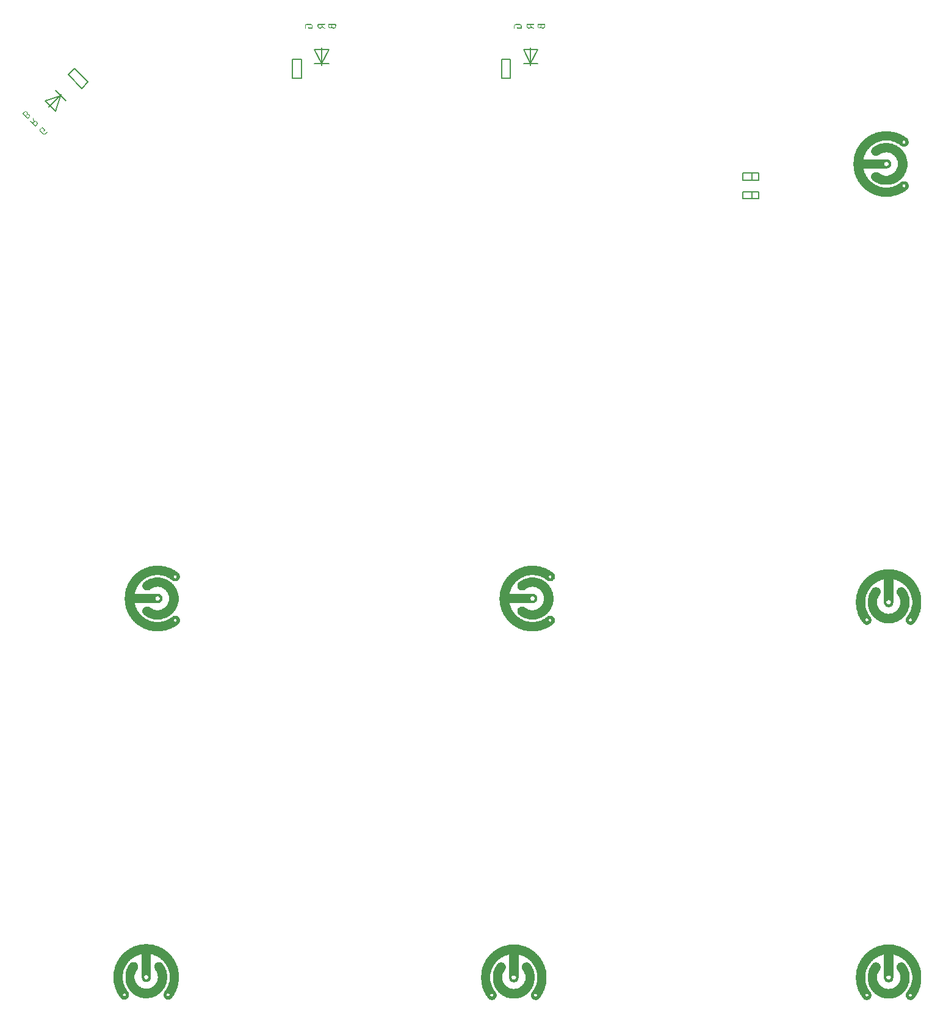
<source format=gbo>
G04 Layer_Color=32896*
%FSLAX44Y44*%
%MOMM*%
G71*
G01*
G75*
%ADD41C,0.2000*%
%ADD72C,0.0508*%
G36*
X523514Y1610211D02*
X523865Y1610133D01*
X524197Y1610016D01*
X524450Y1609860D01*
X524684Y1609723D01*
X524840Y1609606D01*
X524938Y1609528D01*
X524977Y1609489D01*
X525230Y1609197D01*
X525425Y1608884D01*
X525543Y1608572D01*
X525640Y1608280D01*
X525699Y1608026D01*
X525718Y1607812D01*
X525738Y1607734D01*
Y1607675D01*
Y1607656D01*
Y1607636D01*
Y1604476D01*
X525718Y1604300D01*
X525660Y1604164D01*
X525582Y1604086D01*
X525484Y1604008D01*
X525387Y1603969D01*
X525308Y1603949D01*
X519963D01*
X519788Y1603969D01*
X519651Y1604027D01*
X519573Y1604125D01*
X519495Y1604203D01*
X519456Y1604300D01*
X519437Y1604398D01*
Y1604456D01*
Y1604476D01*
Y1606056D01*
X519456Y1606232D01*
X519515Y1606368D01*
X519612Y1606446D01*
X519690Y1606524D01*
X519788Y1606563D01*
X519885Y1606583D01*
X519963D01*
X520139Y1606563D01*
X520276Y1606505D01*
X520354Y1606407D01*
X520432Y1606310D01*
X520471Y1606232D01*
X520490Y1606134D01*
Y1606075D01*
Y1606056D01*
Y1605003D01*
X524684D01*
Y1607636D01*
X524665Y1607870D01*
X524606Y1608085D01*
X524548Y1608280D01*
X524450Y1608436D01*
X524372Y1608572D01*
X524314Y1608670D01*
X524255Y1608728D01*
X524236Y1608748D01*
X524060Y1608904D01*
X523865Y1609002D01*
X523689Y1609080D01*
X523514Y1609138D01*
X523358Y1609177D01*
X523241Y1609197D01*
X517857D01*
X517623Y1609177D01*
X517408Y1609119D01*
X517213Y1609060D01*
X517057Y1608963D01*
X516920Y1608884D01*
X516823Y1608826D01*
X516764Y1608768D01*
X516745Y1608748D01*
X516589Y1608572D01*
X516472Y1608377D01*
X516394Y1608202D01*
X516335Y1608026D01*
X516296Y1607870D01*
X516277Y1607753D01*
Y1607656D01*
Y1607636D01*
Y1604476D01*
X516257Y1604300D01*
X516199Y1604164D01*
X516101Y1604086D01*
X516004Y1604008D01*
X515925Y1603969D01*
X515828Y1603949D01*
X515750D01*
X515574Y1603969D01*
X515438Y1604027D01*
X515360Y1604125D01*
X515282Y1604203D01*
X515243Y1604300D01*
X515223Y1604398D01*
Y1604456D01*
Y1604476D01*
Y1607636D01*
X515262Y1608026D01*
X515340Y1608377D01*
X515477Y1608709D01*
X515613Y1608963D01*
X515750Y1609197D01*
X515886Y1609353D01*
X515965Y1609450D01*
X516004Y1609489D01*
X516296Y1609743D01*
X516608Y1609938D01*
X516920Y1610055D01*
X517213Y1610152D01*
X517467Y1610211D01*
X517681Y1610231D01*
X517759Y1610250D01*
X523124D01*
X523514Y1610211D01*
D02*
G37*
G36*
X813514Y1610211D02*
X813865Y1610133D01*
X814197Y1610016D01*
X814450Y1609860D01*
X814684Y1609723D01*
X814840Y1609606D01*
X814938Y1609528D01*
X814977Y1609489D01*
X815230Y1609197D01*
X815425Y1608884D01*
X815543Y1608572D01*
X815640Y1608280D01*
X815699Y1608026D01*
X815718Y1607812D01*
X815738Y1607734D01*
Y1607675D01*
Y1607655D01*
Y1607636D01*
Y1604476D01*
X815718Y1604300D01*
X815660Y1604164D01*
X815582Y1604086D01*
X815484Y1604008D01*
X815387Y1603969D01*
X815309Y1603949D01*
X809964D01*
X809788Y1603969D01*
X809651Y1604027D01*
X809573Y1604125D01*
X809495Y1604203D01*
X809456Y1604300D01*
X809437Y1604398D01*
Y1604456D01*
Y1604476D01*
Y1606056D01*
X809456Y1606232D01*
X809515Y1606368D01*
X809612Y1606446D01*
X809690Y1606524D01*
X809788Y1606563D01*
X809885Y1606583D01*
X809964D01*
X810139Y1606563D01*
X810276Y1606505D01*
X810354Y1606407D01*
X810432Y1606310D01*
X810471Y1606232D01*
X810490Y1606134D01*
Y1606075D01*
Y1606056D01*
Y1605003D01*
X814684D01*
Y1607636D01*
X814665Y1607870D01*
X814606Y1608085D01*
X814548Y1608280D01*
X814450Y1608436D01*
X814372Y1608572D01*
X814314Y1608670D01*
X814255Y1608728D01*
X814236Y1608748D01*
X814060Y1608904D01*
X813865Y1609001D01*
X813689Y1609080D01*
X813514Y1609138D01*
X813358Y1609177D01*
X813241Y1609197D01*
X807857D01*
X807623Y1609177D01*
X807408Y1609119D01*
X807213Y1609060D01*
X807057Y1608963D01*
X806920Y1608884D01*
X806823Y1608826D01*
X806764Y1608767D01*
X806745Y1608748D01*
X806589Y1608572D01*
X806472Y1608377D01*
X806394Y1608202D01*
X806335Y1608026D01*
X806296Y1607870D01*
X806277Y1607753D01*
Y1607655D01*
Y1607636D01*
Y1604476D01*
X806257Y1604300D01*
X806199Y1604164D01*
X806101Y1604086D01*
X806003Y1604008D01*
X805926Y1603969D01*
X805828Y1603949D01*
X805750D01*
X805574Y1603969D01*
X805438Y1604027D01*
X805360Y1604125D01*
X805282Y1604203D01*
X805243Y1604300D01*
X805223Y1604398D01*
Y1604456D01*
Y1604476D01*
Y1607636D01*
X805262Y1608026D01*
X805340Y1608377D01*
X805477Y1608709D01*
X805613Y1608963D01*
X805750Y1609197D01*
X805887Y1609353D01*
X805965Y1609450D01*
X806003Y1609489D01*
X806296Y1609743D01*
X806608Y1609938D01*
X806920Y1610055D01*
X807213Y1610152D01*
X807467Y1610211D01*
X807681Y1610231D01*
X807759Y1610250D01*
X813124D01*
X813514Y1610211D01*
D02*
G37*
G36*
X557906Y1610231D02*
X558023Y1610172D01*
X558121Y1610094D01*
X558179Y1609996D01*
X558218Y1609899D01*
X558238Y1609821D01*
Y1609762D01*
Y1609743D01*
Y1607109D01*
X558218Y1606875D01*
X558199Y1606641D01*
X558101Y1606212D01*
X557945Y1605822D01*
X557770Y1605510D01*
X557613Y1605237D01*
X557457Y1605042D01*
X557399Y1604983D01*
X557360Y1604925D01*
X557321Y1604905D01*
Y1604886D01*
X557145Y1604729D01*
X556970Y1604573D01*
X556580Y1604339D01*
X556209Y1604183D01*
X555858Y1604066D01*
X555565Y1603988D01*
X555429Y1603969D01*
X555312D01*
X555214Y1603949D01*
X555097D01*
X554765Y1603969D01*
X554473Y1604008D01*
X554180Y1604086D01*
X553927Y1604183D01*
X553673Y1604300D01*
X553458Y1604417D01*
X553263Y1604554D01*
X553068Y1604691D01*
X552912Y1604846D01*
X552776Y1604983D01*
X552659Y1605100D01*
X552581Y1605217D01*
X552503Y1605315D01*
X552444Y1605393D01*
X552425Y1605432D01*
X552405Y1605451D01*
X552249Y1605276D01*
X552093Y1605120D01*
X551917Y1605003D01*
X551761Y1604886D01*
X551410Y1604710D01*
X551078Y1604593D01*
X550805Y1604534D01*
X550571Y1604495D01*
X550474Y1604476D01*
X550357D01*
X549947Y1604515D01*
X549596Y1604593D01*
X549284Y1604710D01*
X549011Y1604846D01*
X548777Y1605003D01*
X548621Y1605120D01*
X548523Y1605198D01*
X548484Y1605237D01*
X548231Y1605529D01*
X548035Y1605841D01*
X547899Y1606154D01*
X547821Y1606466D01*
X547762Y1606719D01*
X547743Y1606914D01*
X547723Y1606992D01*
Y1607051D01*
Y1607090D01*
Y1607109D01*
Y1609743D01*
X547743Y1609918D01*
X547801Y1610035D01*
X547899Y1610133D01*
X547977Y1610191D01*
X548074Y1610231D01*
X548172Y1610250D01*
X557730D01*
X557906Y1610231D01*
D02*
G37*
G36*
X542906D02*
X543023Y1610172D01*
X543121Y1610074D01*
X543179Y1609977D01*
X543218Y1609899D01*
X543238Y1609801D01*
Y1609743D01*
Y1609723D01*
X543218Y1609548D01*
X543160Y1609411D01*
X543062Y1609333D01*
X542965Y1609255D01*
X542887Y1609216D01*
X542789Y1609197D01*
X539024D01*
Y1607109D01*
Y1607031D01*
Y1606973D01*
X539044Y1606934D01*
Y1606914D01*
X542945Y1604964D01*
X543043Y1604905D01*
X543121Y1604827D01*
X543160Y1604749D01*
X543199Y1604651D01*
X543238Y1604534D01*
Y1604495D01*
Y1604476D01*
X543218Y1604339D01*
X543160Y1604222D01*
X543101Y1604144D01*
X543082Y1604125D01*
X542965Y1604027D01*
X542848Y1603969D01*
X542770Y1603949D01*
X542633D01*
X542555Y1603969D01*
X542496Y1603988D01*
X542477Y1604008D01*
X538810Y1605841D01*
X538653Y1605510D01*
X538478Y1605217D01*
X538263Y1604964D01*
X538029Y1604749D01*
X537795Y1604554D01*
X537561Y1604417D01*
X537308Y1604281D01*
X537073Y1604183D01*
X536839Y1604105D01*
X536605Y1604047D01*
X536410Y1604008D01*
X536235Y1603969D01*
X536098D01*
X535981Y1603949D01*
X535883D01*
X535649Y1603969D01*
X535415Y1603988D01*
X534986Y1604086D01*
X534596Y1604242D01*
X534284Y1604417D01*
X534011Y1604593D01*
X533816Y1604729D01*
X533757Y1604807D01*
X533699Y1604846D01*
X533679Y1604866D01*
X533660Y1604886D01*
X533504Y1605061D01*
X533348Y1605237D01*
X533113Y1605627D01*
X532957Y1605997D01*
X532840Y1606349D01*
X532762Y1606641D01*
X532743Y1606778D01*
Y1606895D01*
X532723Y1606973D01*
Y1607051D01*
Y1607090D01*
Y1607109D01*
Y1609743D01*
X532743Y1609918D01*
X532801Y1610035D01*
X532899Y1610133D01*
X532977Y1610191D01*
X533074Y1610231D01*
X533172Y1610250D01*
X542730D01*
X542906Y1610231D01*
D02*
G37*
G36*
X847906Y1610231D02*
X848023Y1610172D01*
X848121Y1610094D01*
X848179Y1609996D01*
X848218Y1609899D01*
X848238Y1609821D01*
Y1609762D01*
Y1609743D01*
Y1607109D01*
X848218Y1606875D01*
X848199Y1606641D01*
X848101Y1606212D01*
X847945Y1605822D01*
X847769Y1605510D01*
X847613Y1605237D01*
X847457Y1605042D01*
X847399Y1604983D01*
X847360Y1604924D01*
X847321Y1604905D01*
Y1604886D01*
X847145Y1604729D01*
X846970Y1604573D01*
X846580Y1604339D01*
X846209Y1604183D01*
X845858Y1604066D01*
X845565Y1603988D01*
X845429Y1603969D01*
X845312D01*
X845214Y1603949D01*
X845097D01*
X844765Y1603969D01*
X844473Y1604008D01*
X844180Y1604086D01*
X843926Y1604183D01*
X843673Y1604300D01*
X843458Y1604417D01*
X843263Y1604554D01*
X843068Y1604690D01*
X842912Y1604846D01*
X842776Y1604983D01*
X842659Y1605100D01*
X842580Y1605217D01*
X842503Y1605315D01*
X842444Y1605393D01*
X842424Y1605432D01*
X842405Y1605451D01*
X842249Y1605276D01*
X842093Y1605120D01*
X841917Y1605003D01*
X841761Y1604886D01*
X841410Y1604710D01*
X841078Y1604593D01*
X840805Y1604534D01*
X840571Y1604495D01*
X840474Y1604476D01*
X840357D01*
X839947Y1604515D01*
X839596Y1604593D01*
X839284Y1604710D01*
X839011Y1604846D01*
X838777Y1605003D01*
X838621Y1605120D01*
X838523Y1605198D01*
X838484Y1605237D01*
X838230Y1605529D01*
X838035Y1605841D01*
X837899Y1606154D01*
X837821Y1606466D01*
X837762Y1606719D01*
X837743Y1606914D01*
X837723Y1606992D01*
Y1607051D01*
Y1607090D01*
Y1607109D01*
Y1609743D01*
X837743Y1609918D01*
X837801Y1610035D01*
X837899Y1610133D01*
X837977Y1610191D01*
X838074Y1610231D01*
X838172Y1610250D01*
X847730D01*
X847906Y1610231D01*
D02*
G37*
G36*
X832906D02*
X833023Y1610172D01*
X833121Y1610074D01*
X833179Y1609977D01*
X833218Y1609899D01*
X833238Y1609801D01*
Y1609743D01*
Y1609723D01*
X833218Y1609548D01*
X833160Y1609411D01*
X833062Y1609333D01*
X832964Y1609255D01*
X832887Y1609216D01*
X832789Y1609197D01*
X829024D01*
Y1607109D01*
Y1607031D01*
Y1606973D01*
X829044Y1606934D01*
Y1606914D01*
X832945Y1604964D01*
X833043Y1604905D01*
X833121Y1604827D01*
X833160Y1604749D01*
X833199Y1604651D01*
X833238Y1604534D01*
Y1604495D01*
Y1604476D01*
X833218Y1604339D01*
X833160Y1604222D01*
X833101Y1604144D01*
X833082Y1604125D01*
X832964Y1604027D01*
X832848Y1603969D01*
X832769Y1603949D01*
X832633D01*
X832555Y1603969D01*
X832496Y1603988D01*
X832477Y1604008D01*
X828810Y1605841D01*
X828653Y1605510D01*
X828478Y1605217D01*
X828263Y1604964D01*
X828029Y1604749D01*
X827795Y1604554D01*
X827561Y1604417D01*
X827307Y1604281D01*
X827073Y1604183D01*
X826839Y1604105D01*
X826605Y1604047D01*
X826410Y1604008D01*
X826235Y1603969D01*
X826098D01*
X825981Y1603949D01*
X825883D01*
X825649Y1603969D01*
X825415Y1603988D01*
X824986Y1604086D01*
X824596Y1604242D01*
X824284Y1604417D01*
X824011Y1604593D01*
X823816Y1604729D01*
X823757Y1604807D01*
X823699Y1604846D01*
X823679Y1604866D01*
X823660Y1604886D01*
X823503Y1605061D01*
X823347Y1605237D01*
X823113Y1605627D01*
X822957Y1605997D01*
X822840Y1606349D01*
X822762Y1606641D01*
X822743Y1606778D01*
Y1606895D01*
X822723Y1606973D01*
Y1607051D01*
Y1607090D01*
Y1607109D01*
Y1609743D01*
X822743Y1609918D01*
X822801Y1610035D01*
X822899Y1610133D01*
X822977Y1610191D01*
X823074Y1610231D01*
X823172Y1610250D01*
X832730D01*
X832906Y1610231D01*
D02*
G37*
G36*
X127774Y1489373D02*
X128009Y1489360D01*
X128450Y1489249D01*
X128822Y1489098D01*
X129153Y1488932D01*
X129416Y1488780D01*
X129526Y1488698D01*
X129609Y1488615D01*
X129691Y1488560D01*
X129733Y1488518D01*
X129760Y1488491D01*
X129774Y1488477D01*
X129995Y1488229D01*
X130174Y1487994D01*
X130326Y1487732D01*
X130436Y1487484D01*
X130533Y1487222D01*
X130602Y1486987D01*
X130643Y1486753D01*
X130685Y1486518D01*
Y1486297D01*
Y1486104D01*
Y1485939D01*
X130657Y1485801D01*
X130643Y1485677D01*
X130629Y1485580D01*
X130616Y1485539D01*
Y1485511D01*
X130850Y1485525D01*
X131071D01*
X131278Y1485484D01*
X131471Y1485456D01*
X131843Y1485332D01*
X132161Y1485180D01*
X132395Y1485029D01*
X132588Y1484891D01*
X132671Y1484835D01*
X132712Y1484794D01*
X132740Y1484766D01*
X132754Y1484753D01*
X133016Y1484435D01*
X133209Y1484132D01*
X133347Y1483828D01*
X133443Y1483539D01*
X133498Y1483263D01*
X133526Y1483070D01*
X133540Y1482946D01*
Y1482890D01*
X133512Y1482504D01*
X133429Y1482146D01*
X133305Y1481828D01*
X133140Y1481552D01*
X133002Y1481332D01*
X132878Y1481180D01*
X132836Y1481111D01*
X132795Y1481070D01*
X132767Y1481042D01*
X132754Y1481028D01*
X130892Y1479166D01*
X130753Y1479056D01*
X130629Y1479014D01*
X130492D01*
X130395Y1479028D01*
X130298Y1479070D01*
X130216Y1479125D01*
X130174Y1479166D01*
X130160Y1479180D01*
X123457Y1485884D01*
X123346Y1486022D01*
X123305Y1486146D01*
X123291Y1486270D01*
X123319Y1486380D01*
X123360Y1486477D01*
X123401Y1486546D01*
X123443Y1486587D01*
X123457Y1486601D01*
X125319Y1488463D01*
X125498Y1488615D01*
X125677Y1488767D01*
X126050Y1489001D01*
X126436Y1489167D01*
X126781Y1489263D01*
X127084Y1489346D01*
X127333Y1489373D01*
X127416D01*
X127484Y1489387D01*
X127526Y1489373D01*
X127540Y1489387D01*
X127774Y1489373D01*
D02*
G37*
G36*
X138298Y1479843D02*
X138422Y1479801D01*
X138491Y1479760D01*
X138519Y1479732D01*
X138588Y1479664D01*
X138629Y1479595D01*
X138657Y1479539D01*
Y1479512D01*
X139953Y1475622D01*
X140298Y1475746D01*
X140629Y1475829D01*
X140960Y1475856D01*
X141277Y1475843D01*
X141581Y1475815D01*
X141843Y1475746D01*
X142119Y1475663D01*
X142353Y1475567D01*
X142574Y1475456D01*
X142781Y1475332D01*
X142946Y1475222D01*
X143098Y1475125D01*
X143195Y1475029D01*
X143291Y1474960D01*
X143346Y1474905D01*
X143360Y1474891D01*
X143512Y1474712D01*
X143664Y1474532D01*
X143898Y1474160D01*
X144064Y1473774D01*
X144160Y1473429D01*
X144229Y1473112D01*
X144271Y1472877D01*
X144257Y1472780D01*
X144271Y1472711D01*
Y1472684D01*
Y1472656D01*
X144257Y1472422D01*
X144243Y1472187D01*
X144133Y1471746D01*
X143981Y1471373D01*
X143815Y1471042D01*
X143664Y1470780D01*
X143581Y1470670D01*
X143498Y1470587D01*
X143457Y1470518D01*
X143402Y1470463D01*
X143374Y1470435D01*
X143360Y1470422D01*
X141498Y1468560D01*
X141360Y1468449D01*
X141236Y1468408D01*
X141098D01*
X141002Y1468422D01*
X140905Y1468463D01*
X140822Y1468518D01*
X140781Y1468560D01*
X140767Y1468573D01*
X134063Y1475277D01*
X133953Y1475415D01*
X133912Y1475539D01*
Y1475677D01*
X133939Y1475788D01*
X133967Y1475870D01*
X134022Y1475953D01*
X134063Y1475994D01*
X134077Y1476008D01*
X134215Y1476118D01*
X134353Y1476174D01*
X134477Y1476160D01*
X134601Y1476146D01*
X134684Y1476118D01*
X134767Y1476063D01*
X134808Y1476022D01*
X134822Y1476008D01*
X137429Y1473401D01*
X138905Y1474877D01*
X138960Y1474932D01*
X139001Y1474974D01*
X139015Y1475015D01*
X139029Y1475029D01*
X137650Y1479167D01*
X137622Y1479277D01*
Y1479388D01*
X137650Y1479470D01*
X137691Y1479567D01*
X137746Y1479677D01*
X137774Y1479705D01*
X137788Y1479719D01*
X137898Y1479801D01*
X138022Y1479843D01*
X138119Y1479857D01*
X138146D01*
X138298Y1479843D01*
D02*
G37*
G36*
X150672Y1467496D02*
X150769Y1467455D01*
X150838Y1467413D01*
X150879Y1467372D01*
X150893Y1467358D01*
X154617Y1463634D01*
X154728Y1463496D01*
X154783Y1463358D01*
X154769Y1463234D01*
Y1463123D01*
X154728Y1463027D01*
X154672Y1462944D01*
X154631Y1462903D01*
X154617Y1462889D01*
X153500Y1461772D01*
X153362Y1461661D01*
X153224Y1461606D01*
X153100Y1461620D01*
X152990D01*
X152893Y1461661D01*
X152810Y1461716D01*
X152769Y1461758D01*
X152755Y1461772D01*
X152645Y1461910D01*
X152590Y1462047D01*
X152603Y1462172D01*
X152617Y1462296D01*
X152645Y1462379D01*
X152700Y1462461D01*
X152741Y1462503D01*
X152755Y1462516D01*
X153500Y1463261D01*
X150534Y1466227D01*
X148672Y1464365D01*
X148520Y1464186D01*
X148410Y1463992D01*
X148314Y1463813D01*
X148272Y1463634D01*
X148231Y1463482D01*
X148203Y1463372D01*
Y1463289D01*
Y1463261D01*
X148217Y1463027D01*
X148286Y1462820D01*
X148355Y1462641D01*
X148438Y1462475D01*
X148520Y1462337D01*
X148589Y1462241D01*
X148658Y1462172D01*
X148672Y1462158D01*
X152396Y1458434D01*
X152576Y1458282D01*
X152769Y1458172D01*
X152948Y1458075D01*
X153128Y1458034D01*
X153279Y1457992D01*
X153390Y1457965D01*
X153500D01*
X153735Y1457978D01*
X153955Y1458034D01*
X154135Y1458103D01*
X154300Y1458185D01*
X154438Y1458268D01*
X154535Y1458337D01*
X154604Y1458406D01*
X154617Y1458420D01*
X156852Y1460654D01*
X156990Y1460765D01*
X157128Y1460820D01*
X157252Y1460806D01*
X157376Y1460792D01*
X157459Y1460765D01*
X157542Y1460710D01*
X157583Y1460668D01*
X157597Y1460654D01*
X157707Y1460516D01*
X157762Y1460379D01*
X157748Y1460254D01*
Y1460144D01*
X157707Y1460047D01*
X157652Y1459965D01*
X157611Y1459923D01*
X157597Y1459910D01*
X155362Y1457675D01*
X155059Y1457427D01*
X154755Y1457234D01*
X154424Y1457096D01*
X154148Y1457013D01*
X153886Y1456944D01*
X153679Y1456930D01*
X153555Y1456916D01*
X153500D01*
X153114Y1456944D01*
X152755Y1457027D01*
X152452Y1457165D01*
X152176Y1457303D01*
X151955Y1457440D01*
X151790Y1457578D01*
X151721Y1457620D01*
X151693Y1457647D01*
X151665Y1457675D01*
X151652Y1457689D01*
X147927Y1461413D01*
X147679Y1461716D01*
X147486Y1462020D01*
X147334Y1462337D01*
X147265Y1462627D01*
X147196Y1462889D01*
X147169Y1463082D01*
X147155Y1463206D01*
Y1463261D01*
X147183Y1463648D01*
X147265Y1464006D01*
X147403Y1464310D01*
X147541Y1464586D01*
X147679Y1464806D01*
X147817Y1464972D01*
X147858Y1465041D01*
X147900Y1465082D01*
X147914Y1465096D01*
X147927Y1465110D01*
X150162Y1467344D01*
X150300Y1467455D01*
X150438Y1467510D01*
X150548D01*
X150672Y1467496D01*
D02*
G37*
%LPC*%
G36*
X551937Y1609197D02*
X548777D01*
Y1607109D01*
X548796Y1606875D01*
X548855Y1606661D01*
X548933Y1606466D01*
X549011Y1606310D01*
X549089Y1606173D01*
X549167Y1606075D01*
X549225Y1606017D01*
X549245Y1605997D01*
X549420Y1605841D01*
X549616Y1605724D01*
X549810Y1605646D01*
X549967Y1605588D01*
X550123Y1605549D01*
X550240Y1605529D01*
X550357D01*
X550591Y1605549D01*
X550805Y1605607D01*
X551001Y1605685D01*
X551176Y1605763D01*
X551313Y1605841D01*
X551410Y1605919D01*
X551469Y1605978D01*
X551488Y1605997D01*
X551644Y1606173D01*
X551742Y1606368D01*
X551820Y1606563D01*
X551878Y1606719D01*
X551917Y1606875D01*
X551937Y1606992D01*
Y1607090D01*
Y1607109D01*
Y1609197D01*
D02*
G37*
G36*
X557184D02*
X552990D01*
Y1607109D01*
X553010Y1606797D01*
X553088Y1606505D01*
X553185Y1606251D01*
X553302Y1606037D01*
X553419Y1605861D01*
X553517Y1605744D01*
X553595Y1605646D01*
X553614Y1605627D01*
X553848Y1605412D01*
X554102Y1605256D01*
X554356Y1605159D01*
X554590Y1605081D01*
X554785Y1605042D01*
X554941Y1605003D01*
X555097D01*
X555409Y1605022D01*
X555702Y1605100D01*
X555955Y1605198D01*
X556170Y1605315D01*
X556345Y1605432D01*
X556463Y1605529D01*
X556560Y1605607D01*
X556580Y1605627D01*
X556775Y1605861D01*
X556931Y1606115D01*
X557028Y1606368D01*
X557106Y1606602D01*
X557145Y1606797D01*
X557165Y1606953D01*
X557184Y1607070D01*
Y1607090D01*
Y1607109D01*
Y1609197D01*
D02*
G37*
G36*
X537971D02*
X533777D01*
Y1607109D01*
X533796Y1606797D01*
X533874Y1606505D01*
X533972Y1606251D01*
X534089Y1606037D01*
X534206Y1605861D01*
X534303Y1605744D01*
X534381Y1605646D01*
X534401Y1605627D01*
X534635Y1605412D01*
X534889Y1605256D01*
X535142Y1605159D01*
X535376Y1605081D01*
X535571Y1605042D01*
X535727Y1605003D01*
X535883D01*
X536195Y1605022D01*
X536488Y1605100D01*
X536742Y1605198D01*
X536956Y1605315D01*
X537132Y1605432D01*
X537249Y1605529D01*
X537346Y1605607D01*
X537366Y1605627D01*
X537561Y1605861D01*
X537717Y1606115D01*
X537815Y1606368D01*
X537893Y1606602D01*
X537932Y1606797D01*
X537951Y1606953D01*
X537971Y1607070D01*
Y1607090D01*
Y1607109D01*
Y1609197D01*
D02*
G37*
G36*
X841937Y1609197D02*
X838777D01*
Y1607109D01*
X838796Y1606875D01*
X838855Y1606661D01*
X838933Y1606466D01*
X839011Y1606310D01*
X839089Y1606173D01*
X839167Y1606075D01*
X839225Y1606017D01*
X839245Y1605997D01*
X839420Y1605841D01*
X839615Y1605724D01*
X839810Y1605646D01*
X839967Y1605588D01*
X840123Y1605549D01*
X840240Y1605529D01*
X840357D01*
X840591Y1605549D01*
X840805Y1605607D01*
X841001Y1605685D01*
X841176Y1605763D01*
X841313Y1605841D01*
X841410Y1605919D01*
X841469Y1605978D01*
X841488Y1605997D01*
X841644Y1606173D01*
X841742Y1606368D01*
X841820Y1606563D01*
X841878Y1606719D01*
X841917Y1606875D01*
X841937Y1606992D01*
Y1607090D01*
Y1607109D01*
Y1609197D01*
D02*
G37*
G36*
X847184D02*
X842990D01*
Y1607109D01*
X843010Y1606797D01*
X843088Y1606505D01*
X843185Y1606251D01*
X843302Y1606036D01*
X843419Y1605861D01*
X843517Y1605744D01*
X843595Y1605646D01*
X843614Y1605627D01*
X843848Y1605412D01*
X844102Y1605256D01*
X844356Y1605159D01*
X844590Y1605081D01*
X844785Y1605042D01*
X844941Y1605003D01*
X845097D01*
X845409Y1605022D01*
X845702Y1605100D01*
X845955Y1605198D01*
X846170Y1605315D01*
X846345Y1605432D01*
X846462Y1605529D01*
X846560Y1605607D01*
X846580Y1605627D01*
X846775Y1605861D01*
X846931Y1606115D01*
X847028Y1606368D01*
X847106Y1606602D01*
X847145Y1606797D01*
X847165Y1606953D01*
X847184Y1607070D01*
Y1607090D01*
Y1607109D01*
Y1609197D01*
D02*
G37*
G36*
X827971D02*
X823777D01*
Y1607109D01*
X823796Y1606797D01*
X823874Y1606505D01*
X823972Y1606251D01*
X824089Y1606036D01*
X824206Y1605861D01*
X824303Y1605744D01*
X824381Y1605646D01*
X824401Y1605627D01*
X824635Y1605412D01*
X824889Y1605256D01*
X825142Y1605159D01*
X825376Y1605081D01*
X825571Y1605042D01*
X825727Y1605003D01*
X825883D01*
X826196Y1605022D01*
X826488Y1605100D01*
X826742Y1605198D01*
X826956Y1605315D01*
X827132Y1605432D01*
X827249Y1605529D01*
X827346Y1605607D01*
X827366Y1605627D01*
X827561Y1605861D01*
X827717Y1606115D01*
X827815Y1606368D01*
X827893Y1606602D01*
X827932Y1606797D01*
X827951Y1606953D01*
X827971Y1607070D01*
Y1607090D01*
Y1607109D01*
Y1609197D01*
D02*
G37*
G36*
X127567Y1488339D02*
X127540D01*
X127236Y1488311D01*
X126946Y1488242D01*
X126698Y1488132D01*
X126477Y1488022D01*
X126312Y1487911D01*
X126188Y1487815D01*
X126091Y1487746D01*
X126077Y1487732D01*
X126064Y1487718D01*
X124588Y1486242D01*
X127553Y1483277D01*
X129029Y1484753D01*
X129236Y1484987D01*
X129388Y1485249D01*
X129498Y1485497D01*
X129567Y1485732D01*
X129609Y1485939D01*
X129622Y1486091D01*
X129636Y1486215D01*
Y1486242D01*
X129622Y1486560D01*
X129553Y1486849D01*
X129443Y1487098D01*
X129333Y1487318D01*
X129222Y1487484D01*
X129140Y1487622D01*
X129057Y1487704D01*
X129043Y1487718D01*
X129029Y1487732D01*
X128795Y1487939D01*
X128533Y1488091D01*
X128285Y1488201D01*
X128050Y1488270D01*
X127843Y1488311D01*
X127691Y1488325D01*
X127567Y1488339D01*
D02*
G37*
G36*
X130988Y1484477D02*
X130878D01*
X130643Y1484463D01*
X130436Y1484394D01*
X130243Y1484311D01*
X130091Y1484242D01*
X129953Y1484160D01*
X129857Y1484091D01*
X129788Y1484022D01*
X129774Y1484008D01*
X128298Y1482532D01*
X130533Y1480297D01*
X132009Y1481773D01*
X132161Y1481953D01*
X132271Y1482146D01*
X132354Y1482339D01*
X132409Y1482504D01*
X132450Y1482656D01*
X132464Y1482780D01*
Y1482863D01*
Y1482890D01*
X132450Y1483125D01*
X132395Y1483346D01*
X132312Y1483539D01*
X132243Y1483690D01*
X132161Y1483828D01*
X132092Y1483925D01*
X132023Y1483994D01*
X132009Y1484008D01*
X131830Y1484160D01*
X131636Y1484270D01*
X131443Y1484353D01*
X131264Y1484422D01*
X131112Y1484463D01*
X130988Y1484477D01*
D02*
G37*
G36*
X141153Y1474753D02*
X141126D01*
X140822Y1474725D01*
X140533Y1474656D01*
X140284Y1474546D01*
X140063Y1474436D01*
X139898Y1474325D01*
X139774Y1474229D01*
X139677Y1474160D01*
X139663Y1474146D01*
X139650Y1474132D01*
X138174Y1472656D01*
X141139Y1469691D01*
X142615Y1471167D01*
X142822Y1471401D01*
X142974Y1471663D01*
X143084Y1471911D01*
X143153Y1472146D01*
X143195Y1472353D01*
X143209Y1472505D01*
X143222Y1472629D01*
Y1472656D01*
X143209Y1472974D01*
X143139Y1473263D01*
X143029Y1473512D01*
X142919Y1473732D01*
X142809Y1473898D01*
X142726Y1474036D01*
X142643Y1474118D01*
X142629Y1474132D01*
X142615Y1474146D01*
X142381Y1474353D01*
X142119Y1474505D01*
X141870Y1474615D01*
X141636Y1474684D01*
X141429Y1474725D01*
X141277Y1474739D01*
X141153Y1474753D01*
D02*
G37*
%LPD*%
D41*
X186771Y1539870D02*
X195610Y1548709D01*
X205510Y1521131D02*
X214349Y1529970D01*
X186771Y1539870D02*
X205510Y1521131D01*
X195610Y1548709D02*
X214349Y1529970D01*
X154918Y1503920D02*
X176131Y1510991D01*
X169060Y1489778D02*
X176131Y1510991D01*
X160221Y1495081D02*
X177899Y1512759D01*
X154918Y1503920D02*
X169060Y1489778D01*
Y1518062D02*
X183202Y1503920D01*
X548238Y1555250D02*
X528238D01*
X548238Y1575250D02*
X528238D01*
X538238Y1577750D02*
Y1552750D01*
Y1555250D02*
X528238Y1575250D01*
X548238D02*
X538238Y1555250D01*
X497738Y1561750D02*
Y1535250D01*
X510238Y1561750D02*
Y1535250D01*
Y1561750D02*
X497738D01*
X510238Y1535250D02*
X497738D01*
X838238Y1555250D02*
X818238D01*
X838238Y1575250D02*
X818238D01*
X828238Y1577750D02*
Y1552750D01*
Y1555250D02*
X818238Y1575250D01*
X838238D02*
X828238Y1555250D01*
X787738Y1561750D02*
Y1535250D01*
X800238Y1561750D02*
Y1535250D01*
Y1561750D02*
X787738D01*
X800238Y1535250D02*
X787738D01*
X1122500Y1378000D02*
X1144500D01*
Y1368000D02*
Y1378000D01*
X1122500Y1368000D02*
X1144500D01*
X1122500D02*
Y1378000D01*
X1135000Y1368000D02*
Y1377000D01*
X1122500Y1404000D02*
X1144500D01*
Y1394000D02*
Y1404000D01*
X1122500Y1394000D02*
X1144500D01*
X1122500D02*
Y1404000D01*
X1135000Y1394000D02*
Y1403000D01*
D72*
X1317944Y1371530D02*
X1324548D01*
X1313880Y1372038D02*
X1328612D01*
X1310832Y1372546D02*
X1331152D01*
X1308800Y1373054D02*
X1333184D01*
X1307276Y1373562D02*
X1335216D01*
X1305752Y1374070D02*
X1336740D01*
X1304736Y1374578D02*
X1337756D01*
X1303212Y1375086D02*
X1339280D01*
X1302196Y1375594D02*
X1340296D01*
X1301180Y1376102D02*
X1341312D01*
X1300164Y1376610D02*
X1342328D01*
X1299148Y1377118D02*
X1343344D01*
X1298132Y1377626D02*
X1344360D01*
X1297624Y1378134D02*
X1344868D01*
X1296608Y1378642D02*
X1345884D01*
X1295592Y1379150D02*
X1346392D01*
X1295084Y1379658D02*
X1347408D01*
X1294576Y1380166D02*
X1347916D01*
X1293560Y1380674D02*
X1348424D01*
X1293052Y1381182D02*
X1349440D01*
X1292544Y1381690D02*
X1349948D01*
X1292036Y1382198D02*
X1350456D01*
X1291020Y1382706D02*
X1350964D01*
X1290512Y1383214D02*
X1350964D01*
X1290004Y1383722D02*
X1351472D01*
X1346900Y1384230D02*
X1351472D01*
X1326580D02*
X1344868D01*
X1289496D02*
X1315912D01*
X1347408Y1384738D02*
X1351980D01*
X1329120D02*
X1343852D01*
X1288988D02*
X1313372D01*
X1347916Y1385246D02*
X1351980D01*
X1330644D02*
X1343852D01*
X1288480D02*
X1311340D01*
X1347916Y1385754D02*
X1351980D01*
X1332168D02*
X1343344D01*
X1287972D02*
X1309816D01*
X1347916Y1386262D02*
X1351980D01*
X1333692D02*
X1343344D01*
X1287464D02*
X1308800D01*
X1347916Y1386770D02*
X1351980D01*
X1334708D02*
X1343344D01*
X1287464D02*
X1307784D01*
X1347916Y1387278D02*
X1351980D01*
X1335724D02*
X1343344D01*
X1286956D02*
X1306768D01*
X1347408Y1387786D02*
X1351980D01*
X1336740D02*
X1343852D01*
X1286448D02*
X1305752D01*
X1346900Y1388294D02*
X1351472D01*
X1337756D02*
X1344360D01*
X1315912D02*
X1326580D01*
X1285940D02*
X1304736D01*
X1338772Y1388802D02*
X1351472D01*
X1313372D02*
X1328612D01*
X1285432D02*
X1303720D01*
X1339280Y1389310D02*
X1350964D01*
X1311848D02*
X1330644D01*
X1284924D02*
X1303212D01*
X1340296Y1389818D02*
X1350964D01*
X1310324D02*
X1331660D01*
X1284924D02*
X1302196D01*
X1340804Y1390326D02*
X1350456D01*
X1309308D02*
X1333184D01*
X1284416D02*
X1301688D01*
X1341312Y1390834D02*
X1349948D01*
X1308292D02*
X1334200D01*
X1283908D02*
X1301180D01*
X1342328Y1391342D02*
X1349440D01*
X1307276D02*
X1335216D01*
X1283908D02*
X1300164D01*
X1342836Y1391850D02*
X1348424D01*
X1306260D02*
X1335724D01*
X1283400D02*
X1299656D01*
X1344360Y1392358D02*
X1346900D01*
X1305244D02*
X1336740D01*
X1282892D02*
X1299148D01*
X1304736Y1392866D02*
X1337756D01*
X1282892D02*
X1298640D01*
X1304228Y1393374D02*
X1338264D01*
X1282384D02*
X1298132D01*
X1303212Y1393882D02*
X1338772D01*
X1281876D02*
X1297624D01*
X1302704Y1394390D02*
X1339280D01*
X1281876D02*
X1297116D01*
X1302196Y1394898D02*
X1340296D01*
X1281368D02*
X1296608D01*
X1301688Y1395406D02*
X1340804D01*
X1281368D02*
X1296100D01*
X1301688Y1395914D02*
X1341312D01*
X1280860D02*
X1295592D01*
X1301180Y1396422D02*
X1341820D01*
X1280860D02*
X1295592D01*
X1301180Y1396930D02*
X1342328D01*
X1280352D02*
X1295084D01*
X1300672Y1397438D02*
X1342836D01*
X1280352D02*
X1294576D01*
X1300672Y1397946D02*
X1343344D01*
X1279844D02*
X1294068D01*
X1300672Y1398454D02*
X1343344D01*
X1279844D02*
X1294068D01*
X1300672Y1398962D02*
X1343852D01*
X1279336D02*
X1293560D01*
X1300672Y1399470D02*
X1344360D01*
X1279336D02*
X1293052D01*
X1300672Y1399978D02*
X1344868D01*
X1279336D02*
X1293052D01*
X1324040Y1400486D02*
X1344868D01*
X1300672D02*
X1317944D01*
X1278828D02*
X1292544D01*
X1326072Y1400994D02*
X1345376D01*
X1301180D02*
X1315912D01*
X1278828D02*
X1292544D01*
X1327596Y1401502D02*
X1345884D01*
X1301180D02*
X1314896D01*
X1278320D02*
X1292036D01*
X1328612Y1402010D02*
X1345884D01*
X1301180D02*
X1313880D01*
X1278320D02*
X1292036D01*
X1329628Y1402518D02*
X1346392D01*
X1301688D02*
X1312864D01*
X1278320D02*
X1291528D01*
X1330136Y1403026D02*
X1346392D01*
X1302196D02*
X1311848D01*
X1277812D02*
X1291528D01*
X1331152Y1403534D02*
X1346900D01*
X1302704D02*
X1311340D01*
X1277812D02*
X1291020D01*
X1331660Y1404042D02*
X1346900D01*
X1303212D02*
X1310324D01*
X1277812D02*
X1291020D01*
X1332168Y1404550D02*
X1347408D01*
X1304228D02*
X1309816D01*
X1277812D02*
X1290512D01*
X1332676Y1405058D02*
X1347408D01*
X1305244D02*
X1308292D01*
X1277304D02*
X1290512D01*
X1333184Y1405566D02*
X1347916D01*
X1277304D02*
X1290512D01*
X1333692Y1406074D02*
X1347916D01*
X1277304D02*
X1290004D01*
X1334200Y1406582D02*
X1348424D01*
X1277304D02*
X1290004D01*
X1334708Y1407090D02*
X1348424D01*
X1276796D02*
X1290004D01*
X1334708Y1407598D02*
X1348424D01*
X1276796D02*
X1289496D01*
X1335216Y1408106D02*
X1348932D01*
X1276796D02*
X1289496D01*
X1335216Y1408614D02*
X1348932D01*
X1276796D02*
X1289496D01*
X1335724Y1409122D02*
X1348932D01*
X1276796D02*
X1288988D01*
X1336232Y1409630D02*
X1348932D01*
X1276288D02*
X1288988D01*
X1336232Y1410138D02*
X1349440D01*
X1276288D02*
X1288988D01*
X1336232Y1410646D02*
X1349440D01*
X1276288D02*
X1322516D01*
X1336740Y1411154D02*
X1349440D01*
X1276288D02*
X1324040D01*
X1336740Y1411662D02*
X1349440D01*
X1276288D02*
X1325056D01*
X1336740Y1412170D02*
X1349440D01*
X1276288D02*
X1325564D01*
X1337248Y1412678D02*
X1349948D01*
X1276288D02*
X1326072D01*
X1337248Y1413186D02*
X1349948D01*
X1276288D02*
X1326580D01*
X1337248Y1413694D02*
X1349948D01*
X1322516D02*
X1326580D01*
X1276288D02*
X1319468D01*
X1337248Y1414202D02*
X1349948D01*
X1323532D02*
X1327088D01*
X1275780D02*
X1318960D01*
X1337248Y1414710D02*
X1349948D01*
X1324040D02*
X1327088D01*
X1275780D02*
X1318452D01*
X1337756Y1415218D02*
X1349948D01*
X1324040D02*
X1327596D01*
X1275780D02*
X1318452D01*
X1337756Y1415726D02*
X1349948D01*
X1324548D02*
X1327596D01*
X1275780D02*
X1317944D01*
X1337756Y1416234D02*
X1349948D01*
X1324548D02*
X1327596D01*
X1275780D02*
X1317944D01*
X1337756Y1416742D02*
X1349948D01*
X1324548D02*
X1327596D01*
X1275780D02*
X1317944D01*
X1337756Y1417250D02*
X1349948D01*
X1324548D02*
X1327596D01*
X1275780D02*
X1317944D01*
X1337756Y1417758D02*
X1349948D01*
X1324548D02*
X1327596D01*
X1275780D02*
X1317944D01*
X1337248Y1418266D02*
X1349948D01*
X1324040D02*
X1327088D01*
X1275780D02*
X1318452D01*
X1337248Y1418774D02*
X1349948D01*
X1323532D02*
X1327088D01*
X1275780D02*
X1318452D01*
X1337248Y1419282D02*
X1349948D01*
X1323024D02*
X1327088D01*
X1276288D02*
X1319468D01*
X1337248Y1419790D02*
X1349948D01*
X1322008D02*
X1326580D01*
X1276288D02*
X1319976D01*
X1337248Y1420298D02*
X1349948D01*
X1276288D02*
X1326580D01*
X1337248Y1420806D02*
X1349440D01*
X1276288D02*
X1326072D01*
X1336740Y1421314D02*
X1349440D01*
X1276288D02*
X1325564D01*
X1336740Y1421822D02*
X1349440D01*
X1276288D02*
X1325056D01*
X1336740Y1422330D02*
X1349440D01*
X1276288D02*
X1324040D01*
X1336232Y1422838D02*
X1349440D01*
X1276288D02*
X1322008D01*
X1336232Y1423346D02*
X1349440D01*
X1276288D02*
X1288988D01*
X1335724Y1423854D02*
X1348932D01*
X1276288D02*
X1288988D01*
X1335724Y1424362D02*
X1348932D01*
X1276796D02*
X1289496D01*
X1335216Y1424870D02*
X1348932D01*
X1276796D02*
X1289496D01*
X1335216Y1425378D02*
X1348424D01*
X1276796D02*
X1289496D01*
X1334708Y1425886D02*
X1348424D01*
X1276796D02*
X1289496D01*
X1334200Y1426394D02*
X1348424D01*
X1276796D02*
X1290004D01*
X1333692Y1426902D02*
X1347916D01*
X1277304D02*
X1290004D01*
X1333692Y1427410D02*
X1347916D01*
X1277304D02*
X1290004D01*
X1333184Y1427918D02*
X1347916D01*
X1277304D02*
X1290512D01*
X1332676Y1428426D02*
X1347408D01*
X1304736D02*
X1308800D01*
X1277304D02*
X1290512D01*
X1332168Y1428934D02*
X1347408D01*
X1303720D02*
X1310324D01*
X1277812D02*
X1291020D01*
X1331152Y1429442D02*
X1346900D01*
X1302704D02*
X1310832D01*
X1277812D02*
X1291020D01*
X1330644Y1429950D02*
X1346900D01*
X1302196D02*
X1311340D01*
X1277812D02*
X1291020D01*
X1330136Y1430458D02*
X1346392D01*
X1302196D02*
X1312356D01*
X1278320D02*
X1291528D01*
X1329120Y1430966D02*
X1346392D01*
X1301688D02*
X1312864D01*
X1278320D02*
X1291528D01*
X1328104Y1431474D02*
X1345884D01*
X1301180D02*
X1313880D01*
X1278320D02*
X1292036D01*
X1327088Y1431982D02*
X1345376D01*
X1301180D02*
X1315404D01*
X1278828D02*
X1292036D01*
X1325564Y1432490D02*
X1345376D01*
X1301180D02*
X1316928D01*
X1278828D02*
X1292544D01*
X1323024Y1432998D02*
X1344868D01*
X1300672D02*
X1319468D01*
X1278828D02*
X1292544D01*
X1300672Y1433506D02*
X1344360D01*
X1279336D02*
X1293052D01*
X1300672Y1434014D02*
X1344360D01*
X1279336D02*
X1293560D01*
X1300672Y1434522D02*
X1343852D01*
X1279844D02*
X1293560D01*
X1300672Y1435030D02*
X1343344D01*
X1279844D02*
X1294068D01*
X1300672Y1435538D02*
X1342836D01*
X1279844D02*
X1294576D01*
X1301180Y1436046D02*
X1342328D01*
X1280352D02*
X1294576D01*
X1301180Y1436554D02*
X1341820D01*
X1280352D02*
X1295084D01*
X1301180Y1437062D02*
X1341312D01*
X1280860D02*
X1295592D01*
X1301688Y1437570D02*
X1340804D01*
X1280860D02*
X1296100D01*
X1302196Y1438078D02*
X1340296D01*
X1281368D02*
X1296608D01*
X1302196Y1438586D02*
X1339788D01*
X1281876D02*
X1296608D01*
X1303212Y1439094D02*
X1339280D01*
X1281876D02*
X1297116D01*
X1303720Y1439602D02*
X1338772D01*
X1282384D02*
X1297624D01*
X1304228Y1440110D02*
X1337756D01*
X1282384D02*
X1298132D01*
X1305244Y1440618D02*
X1337248D01*
X1282892D02*
X1298640D01*
X1343852Y1441126D02*
X1347916D01*
X1305752D02*
X1336232D01*
X1283400D02*
X1299148D01*
X1342328Y1441634D02*
X1348932D01*
X1306768D02*
X1335724D01*
X1283400D02*
X1300164D01*
X1341820Y1442142D02*
X1349440D01*
X1307784D02*
X1334708D01*
X1283908D02*
X1300672D01*
X1341312Y1442650D02*
X1350456D01*
X1308800D02*
X1333692D01*
X1284416D02*
X1301180D01*
X1340296Y1443158D02*
X1350456D01*
X1309816D02*
X1332676D01*
X1284416D02*
X1301688D01*
X1339788Y1443666D02*
X1350964D01*
X1310832D02*
X1331152D01*
X1284924D02*
X1302704D01*
X1338772Y1444174D02*
X1351472D01*
X1312356D02*
X1329628D01*
X1285432D02*
X1303212D01*
X1346900Y1444682D02*
X1351472D01*
X1338264D02*
X1344868D01*
X1314388D02*
X1328104D01*
X1285940D02*
X1304228D01*
X1347408Y1445190D02*
X1351472D01*
X1337248D02*
X1343852D01*
X1316928D02*
X1325056D01*
X1285940D02*
X1305244D01*
X1347916Y1445698D02*
X1351980D01*
X1336232D02*
X1343852D01*
X1286448D02*
X1305752D01*
X1347916Y1446206D02*
X1351980D01*
X1335216D02*
X1343344D01*
X1286956D02*
X1306768D01*
X1347916Y1446714D02*
X1351980D01*
X1334200D02*
X1343344D01*
X1287464D02*
X1308292D01*
X1347916Y1447222D02*
X1351980D01*
X1333184D02*
X1343344D01*
X1287972D02*
X1309308D01*
X1347916Y1447730D02*
X1351980D01*
X1331660D02*
X1343344D01*
X1288480D02*
X1310832D01*
X1347408Y1448238D02*
X1351980D01*
X1330136D02*
X1343852D01*
X1288988D02*
X1312356D01*
X1346900Y1448746D02*
X1351472D01*
X1328104D02*
X1344360D01*
X1289496D02*
X1314388D01*
X1325056Y1449254D02*
X1351472D01*
X1290004D02*
X1317436D01*
X1290512Y1449762D02*
X1351472D01*
X1291020Y1450270D02*
X1350964D01*
X1291528Y1450778D02*
X1350456D01*
X1292036Y1451286D02*
X1350456D01*
X1292544Y1451794D02*
X1349948D01*
X1293560Y1452302D02*
X1348932D01*
X1294068Y1452810D02*
X1348424D01*
X1294576Y1453318D02*
X1347916D01*
X1295592Y1453826D02*
X1346900D01*
X1296100Y1454334D02*
X1346392D01*
X1297116Y1454842D02*
X1345376D01*
X1297624Y1455350D02*
X1344868D01*
X1298640Y1455858D02*
X1343852D01*
X1299656Y1456366D02*
X1342836D01*
X1300672Y1456874D02*
X1341820D01*
X1301688Y1457382D02*
X1340804D01*
X1302704Y1457890D02*
X1339788D01*
X1303720Y1458398D02*
X1338772D01*
X1305244Y1458906D02*
X1337248D01*
X1306260Y1459414D02*
X1335724D01*
X1307784Y1459922D02*
X1334200D01*
X1309816Y1460430D02*
X1332676D01*
X1311848Y1460938D02*
X1330136D01*
X1314896Y1461446D02*
X1327088D01*
X313560Y769392D02*
X306956D01*
X317624Y769900D02*
X302892D01*
X320164Y770408D02*
X299844D01*
X322196Y770916D02*
X297812D01*
X324228Y771424D02*
X296288D01*
X325752Y771932D02*
X294764D01*
X326768Y772440D02*
X293748D01*
X328292Y772948D02*
X292224D01*
X329308Y773456D02*
X291208D01*
X330324Y773964D02*
X290192D01*
X331340Y774472D02*
X289176D01*
X332356Y774980D02*
X288160D01*
X333372Y775488D02*
X287144D01*
X333880Y775996D02*
X286636D01*
X334896Y776504D02*
X285620D01*
X335404Y777012D02*
X284604D01*
X336420Y777520D02*
X284096D01*
X336928Y778028D02*
X283588D01*
X337436Y778536D02*
X282572D01*
X338452Y779044D02*
X282064D01*
X338960Y779552D02*
X281556D01*
X339468Y780060D02*
X281048D01*
X339976Y780568D02*
X280032D01*
X339976Y781076D02*
X279524D01*
X340484Y781584D02*
X279016D01*
X340484Y782092D02*
X335912D01*
X333880D02*
X315592D01*
X304924D02*
X278508D01*
X340992Y782600D02*
X336420D01*
X332864D02*
X318132D01*
X302384D02*
X278000D01*
X340992Y783108D02*
X336928D01*
X332864D02*
X319656D01*
X300352D02*
X277492D01*
X340992Y783616D02*
X336928D01*
X332356D02*
X321180D01*
X298828D02*
X276984D01*
X340992Y784124D02*
X336928D01*
X332356D02*
X322704D01*
X297812D02*
X276476D01*
X340992Y784632D02*
X336928D01*
X332356D02*
X323720D01*
X296796D02*
X276476D01*
X340992Y785140D02*
X336928D01*
X332356D02*
X324736D01*
X295780D02*
X275968D01*
X340992Y785648D02*
X336420D01*
X332864D02*
X325752D01*
X294764D02*
X275460D01*
X340484Y786156D02*
X335912D01*
X333372D02*
X326768D01*
X315592D02*
X304924D01*
X293748D02*
X274952D01*
X340484Y786664D02*
X327784D01*
X317624D02*
X302384D01*
X292732D02*
X274444D01*
X339976Y787172D02*
X328292D01*
X319656D02*
X300860D01*
X292224D02*
X273936D01*
X339976Y787680D02*
X329308D01*
X320672D02*
X299336D01*
X291208D02*
X273936D01*
X339468Y788188D02*
X329816D01*
X322196D02*
X298320D01*
X290700D02*
X273428D01*
X338960Y788696D02*
X330324D01*
X323212D02*
X297304D01*
X290192D02*
X272920D01*
X338452Y789204D02*
X331340D01*
X324228D02*
X296288D01*
X289176D02*
X272920D01*
X337436Y789712D02*
X331848D01*
X324736D02*
X295272D01*
X288668D02*
X272412D01*
X335912Y790220D02*
X333372D01*
X325752D02*
X294256D01*
X288160D02*
X271904D01*
X326768Y790728D02*
X293748D01*
X287652D02*
X271904D01*
X327276Y791236D02*
X293240D01*
X287144D02*
X271396D01*
X327784Y791744D02*
X292224D01*
X286636D02*
X270888D01*
X328292Y792252D02*
X291716D01*
X286128D02*
X270888D01*
X329308Y792760D02*
X291208D01*
X285620D02*
X270380D01*
X329816Y793268D02*
X290700D01*
X285112D02*
X270380D01*
X330324Y793776D02*
X290700D01*
X284604D02*
X269872D01*
X330832Y794284D02*
X290192D01*
X284604D02*
X269872D01*
X331340Y794792D02*
X290192D01*
X284096D02*
X269364D01*
X331848Y795300D02*
X289684D01*
X283588D02*
X269364D01*
X332356Y795808D02*
X289684D01*
X283080D02*
X268856D01*
X332356Y796316D02*
X289684D01*
X283080D02*
X268856D01*
X332864Y796824D02*
X289684D01*
X282572D02*
X268348D01*
X333372Y797332D02*
X289684D01*
X282064D02*
X268348D01*
X333880Y797840D02*
X289684D01*
X282064D02*
X268348D01*
X333880Y798348D02*
X313052D01*
X306956D02*
X289684D01*
X281556D02*
X267840D01*
X334388Y798856D02*
X315084D01*
X304924D02*
X290192D01*
X281556D02*
X267840D01*
X334896Y799364D02*
X316608D01*
X303908D02*
X290192D01*
X281048D02*
X267332D01*
X334896Y799872D02*
X317624D01*
X302892D02*
X290192D01*
X281048D02*
X267332D01*
X335404Y800380D02*
X318640D01*
X301876D02*
X290700D01*
X280540D02*
X267332D01*
X335404Y800888D02*
X319148D01*
X300860D02*
X291208D01*
X280540D02*
X266824D01*
X335912Y801396D02*
X320164D01*
X300352D02*
X291716D01*
X280032D02*
X266824D01*
X335912Y801904D02*
X320672D01*
X299336D02*
X292224D01*
X280032D02*
X266824D01*
X336420Y802412D02*
X321180D01*
X298828D02*
X293240D01*
X279524D02*
X266824D01*
X336420Y802920D02*
X321688D01*
X297304D02*
X294256D01*
X279524D02*
X266316D01*
X336928Y803428D02*
X322196D01*
X279524D02*
X266316D01*
X336928Y803936D02*
X322704D01*
X279016D02*
X266316D01*
X337436Y804444D02*
X323212D01*
X279016D02*
X266316D01*
X337436Y804952D02*
X323720D01*
X279016D02*
X265808D01*
X337436Y805460D02*
X323720D01*
X278508D02*
X265808D01*
X337944Y805968D02*
X324228D01*
X278508D02*
X265808D01*
X337944Y806476D02*
X324228D01*
X278508D02*
X265808D01*
X337944Y806984D02*
X324736D01*
X278000D02*
X265808D01*
X337944Y807492D02*
X325244D01*
X278000D02*
X265300D01*
X338452Y808000D02*
X325244D01*
X278000D02*
X265300D01*
X338452Y808508D02*
X325244D01*
X311528D02*
X265300D01*
X338452Y809016D02*
X325752D01*
X313052D02*
X265300D01*
X338452Y809524D02*
X325752D01*
X314068D02*
X265300D01*
X338452Y810032D02*
X325752D01*
X314576D02*
X265300D01*
X338960Y810540D02*
X326260D01*
X315084D02*
X265300D01*
X338960Y811048D02*
X326260D01*
X315592D02*
X265300D01*
X338960Y811556D02*
X326260D01*
X315592D02*
X311528D01*
X308480D02*
X265300D01*
X338960Y812064D02*
X326260D01*
X316100D02*
X312544D01*
X307972D02*
X264792D01*
X338960Y812572D02*
X326260D01*
X316100D02*
X313052D01*
X307464D02*
X264792D01*
X338960Y813080D02*
X326768D01*
X316608D02*
X313052D01*
X307464D02*
X264792D01*
X338960Y813588D02*
X326768D01*
X316608D02*
X313560D01*
X306956D02*
X264792D01*
X338960Y814096D02*
X326768D01*
X316608D02*
X313560D01*
X306956D02*
X264792D01*
X338960Y814604D02*
X326768D01*
X316608D02*
X313560D01*
X306956D02*
X264792D01*
X338960Y815112D02*
X326768D01*
X316608D02*
X313560D01*
X306956D02*
X264792D01*
X338960Y815620D02*
X326768D01*
X316608D02*
X313560D01*
X306956D02*
X264792D01*
X338960Y816128D02*
X326260D01*
X316100D02*
X313052D01*
X307464D02*
X264792D01*
X338960Y816636D02*
X326260D01*
X316100D02*
X312544D01*
X307464D02*
X264792D01*
X338960Y817144D02*
X326260D01*
X316100D02*
X312036D01*
X308480D02*
X265300D01*
X338960Y817652D02*
X326260D01*
X315592D02*
X311020D01*
X308988D02*
X265300D01*
X338960Y818160D02*
X326260D01*
X315592D02*
X265300D01*
X338452Y818668D02*
X326260D01*
X315084D02*
X265300D01*
X338452Y819176D02*
X325752D01*
X314576D02*
X265300D01*
X338452Y819684D02*
X325752D01*
X314068D02*
X265300D01*
X338452Y820192D02*
X325752D01*
X313052D02*
X265300D01*
X338452Y820700D02*
X325244D01*
X311020D02*
X265300D01*
X338452Y821208D02*
X325244D01*
X278000D02*
X265300D01*
X337944Y821716D02*
X324736D01*
X278000D02*
X265300D01*
X337944Y822224D02*
X324736D01*
X278508D02*
X265808D01*
X337944Y822732D02*
X324228D01*
X278508D02*
X265808D01*
X337436Y823240D02*
X324228D01*
X278508D02*
X265808D01*
X337436Y823748D02*
X323720D01*
X278508D02*
X265808D01*
X337436Y824256D02*
X323212D01*
X279016D02*
X265808D01*
X336928Y824764D02*
X322704D01*
X279016D02*
X266316D01*
X336928Y825272D02*
X322704D01*
X279016D02*
X266316D01*
X336928Y825780D02*
X322196D01*
X279524D02*
X266316D01*
X336420Y826288D02*
X321688D01*
X297812D02*
X293748D01*
X279524D02*
X266316D01*
X336420Y826796D02*
X321180D01*
X299336D02*
X292732D01*
X280032D02*
X266824D01*
X335912Y827304D02*
X320164D01*
X299844D02*
X291716D01*
X280032D02*
X266824D01*
X335912Y827812D02*
X319656D01*
X300352D02*
X291208D01*
X280032D02*
X266824D01*
X335404Y828320D02*
X319148D01*
X301368D02*
X291208D01*
X280540D02*
X267332D01*
X335404Y828828D02*
X318132D01*
X301876D02*
X290700D01*
X280540D02*
X267332D01*
X334896Y829336D02*
X317116D01*
X302892D02*
X290192D01*
X281048D02*
X267332D01*
X334388Y829844D02*
X316100D01*
X304416D02*
X290192D01*
X281048D02*
X267840D01*
X334388Y830352D02*
X314576D01*
X305940D02*
X290192D01*
X281556D02*
X267840D01*
X333880Y830860D02*
X312036D01*
X308480D02*
X289684D01*
X281556D02*
X267840D01*
X333372Y831368D02*
X289684D01*
X282064D02*
X268348D01*
X333372Y831876D02*
X289684D01*
X282572D02*
X268348D01*
X332864Y832384D02*
X289684D01*
X282572D02*
X268856D01*
X332356Y832892D02*
X289684D01*
X283080D02*
X268856D01*
X331848Y833400D02*
X289684D01*
X283588D02*
X268856D01*
X331340Y833908D02*
X290192D01*
X283588D02*
X269364D01*
X330832Y834416D02*
X290192D01*
X284096D02*
X269364D01*
X330324Y834924D02*
X290192D01*
X284604D02*
X269872D01*
X329816Y835432D02*
X290700D01*
X285112D02*
X269872D01*
X329308Y835940D02*
X291208D01*
X285620D02*
X270380D01*
X328800Y836448D02*
X291208D01*
X285620D02*
X270888D01*
X328292Y836956D02*
X292224D01*
X286128D02*
X270888D01*
X327784Y837464D02*
X292732D01*
X286636D02*
X271396D01*
X326768Y837972D02*
X293240D01*
X287144D02*
X271396D01*
X326260Y838480D02*
X294256D01*
X287652D02*
X271904D01*
X336928Y838988D02*
X332864D01*
X325244D02*
X294764D01*
X288160D02*
X272412D01*
X337944Y839496D02*
X331340D01*
X324736D02*
X295780D01*
X289176D02*
X272412D01*
X338452Y840004D02*
X330832D01*
X323720D02*
X296796D01*
X289684D02*
X272920D01*
X339468Y840512D02*
X330324D01*
X322704D02*
X297812D01*
X290192D02*
X273428D01*
X339468Y841020D02*
X329308D01*
X321688D02*
X298828D01*
X290700D02*
X273428D01*
X339976Y841528D02*
X328800D01*
X320164D02*
X299844D01*
X291716D02*
X273936D01*
X340484Y842036D02*
X327784D01*
X318640D02*
X301368D01*
X292224D02*
X274444D01*
X340484Y842544D02*
X335912D01*
X333880D02*
X327276D01*
X317116D02*
X303400D01*
X293240D02*
X274952D01*
X340484Y843052D02*
X336420D01*
X332864D02*
X326260D01*
X314068D02*
X305940D01*
X294256D02*
X274952D01*
X340992Y843560D02*
X336928D01*
X332864D02*
X325244D01*
X294764D02*
X275460D01*
X340992Y844068D02*
X336928D01*
X332356D02*
X324228D01*
X295780D02*
X275968D01*
X340992Y844576D02*
X336928D01*
X332356D02*
X323212D01*
X297304D02*
X276476D01*
X340992Y845084D02*
X336928D01*
X332356D02*
X322196D01*
X298320D02*
X276984D01*
X340992Y845592D02*
X336928D01*
X332356D02*
X320672D01*
X299844D02*
X277492D01*
X340992Y846100D02*
X336420D01*
X332864D02*
X319148D01*
X301368D02*
X278000D01*
X340484Y846608D02*
X335912D01*
X333372D02*
X317116D01*
X303400D02*
X278508D01*
X340484Y847116D02*
X314068D01*
X306448D02*
X279016D01*
X340484Y847624D02*
X279524D01*
X339976Y848132D02*
X280032D01*
X339468Y848640D02*
X280540D01*
X339468Y849148D02*
X281048D01*
X338960Y849656D02*
X281556D01*
X337944Y850164D02*
X282572D01*
X337436Y850672D02*
X283080D01*
X336928Y851180D02*
X283588D01*
X335912Y851688D02*
X284604D01*
X335404Y852196D02*
X285112D01*
X334388Y852704D02*
X286128D01*
X333880Y853212D02*
X286636D01*
X332864Y853720D02*
X287652D01*
X331848Y854228D02*
X288668D01*
X330832Y854736D02*
X289684D01*
X329816Y855244D02*
X290700D01*
X328800Y855752D02*
X291716D01*
X327784Y856260D02*
X292732D01*
X326260Y856768D02*
X294256D01*
X324736Y857276D02*
X295272D01*
X323212Y857784D02*
X296796D01*
X321688Y858292D02*
X298828D01*
X319148Y858800D02*
X300860D01*
X316100Y859308D02*
X303908D01*
X836100D02*
X823908D01*
X839148Y858800D02*
X820860D01*
X841688Y858292D02*
X818828D01*
X843212Y857784D02*
X816796D01*
X844736Y857276D02*
X815272D01*
X846260Y856768D02*
X814256D01*
X847784Y856260D02*
X812732D01*
X848800Y855752D02*
X811716D01*
X849816Y855244D02*
X810700D01*
X850832Y854736D02*
X809684D01*
X851848Y854228D02*
X808668D01*
X852864Y853720D02*
X807652D01*
X853880Y853212D02*
X806636D01*
X854388Y852704D02*
X806128D01*
X855404Y852196D02*
X805112D01*
X855912Y851688D02*
X804604D01*
X856928Y851180D02*
X803588D01*
X857436Y850672D02*
X803080D01*
X857944Y850164D02*
X802572D01*
X858960Y849656D02*
X801556D01*
X859468Y849148D02*
X801048D01*
X859468Y848640D02*
X800540D01*
X859976Y848132D02*
X800032D01*
X860484Y847624D02*
X799524D01*
X826448Y847116D02*
X799016D01*
X860484D02*
X834068D01*
X823400Y846608D02*
X798508D01*
X853372D02*
X837116D01*
X860484D02*
X855912D01*
X821368Y846100D02*
X798000D01*
X852864D02*
X839148D01*
X860992D02*
X856420D01*
X819844Y845592D02*
X797492D01*
X852356D02*
X840672D01*
X860992D02*
X856928D01*
X818320Y845084D02*
X796984D01*
X852356D02*
X842196D01*
X860992D02*
X856928D01*
X817304Y844576D02*
X796476D01*
X852356D02*
X843212D01*
X860992D02*
X856928D01*
X815780Y844068D02*
X795968D01*
X852356D02*
X844228D01*
X860992D02*
X856928D01*
X814764Y843560D02*
X795460D01*
X852864D02*
X845244D01*
X860992D02*
X856928D01*
X814256Y843052D02*
X794952D01*
X834068D02*
X825940D01*
X852864D02*
X846260D01*
X860484D02*
X856420D01*
X813240Y842544D02*
X794952D01*
X837116D02*
X823400D01*
X853880D02*
X847276D01*
X860484D02*
X855912D01*
X812224Y842036D02*
X794444D01*
X838640D02*
X821368D01*
X860484D02*
X847784D01*
X811716Y841528D02*
X793936D01*
X840164D02*
X819844D01*
X859976D02*
X848800D01*
X810700Y841020D02*
X793428D01*
X841688D02*
X818828D01*
X859468D02*
X849308D01*
X810192Y840512D02*
X793428D01*
X842704D02*
X817812D01*
X859468D02*
X850324D01*
X809684Y840004D02*
X792920D01*
X843720D02*
X816796D01*
X858452D02*
X850832D01*
X809176Y839496D02*
X792412D01*
X844736D02*
X815780D01*
X857944D02*
X851340D01*
X808160Y838988D02*
X792412D01*
X845244D02*
X814764D01*
X856928D02*
X852864D01*
X807652Y838480D02*
X791904D01*
X846260D02*
X814256D01*
X807144Y837972D02*
X791396D01*
X846768D02*
X813240D01*
X806636Y837464D02*
X791396D01*
X847784D02*
X812732D01*
X806128Y836956D02*
X790888D01*
X848292D02*
X812224D01*
X805620Y836448D02*
X790888D01*
X848800D02*
X811208D01*
X805620Y835940D02*
X790380D01*
X849308D02*
X811208D01*
X805112Y835432D02*
X789872D01*
X849816D02*
X810700D01*
X804604Y834924D02*
X789872D01*
X850324D02*
X810192D01*
X804096Y834416D02*
X789364D01*
X850832D02*
X810192D01*
X803588Y833908D02*
X789364D01*
X851340D02*
X810192D01*
X803588Y833400D02*
X788856D01*
X851848D02*
X809684D01*
X803080Y832892D02*
X788856D01*
X852356D02*
X809684D01*
X802572Y832384D02*
X788856D01*
X852864D02*
X809684D01*
X802572Y831876D02*
X788348D01*
X853372D02*
X809684D01*
X802064Y831368D02*
X788348D01*
X853372D02*
X809684D01*
X801556Y830860D02*
X787840D01*
X828480D02*
X809684D01*
X853880D02*
X832036D01*
X801556Y830352D02*
X787840D01*
X825940D02*
X810192D01*
X854388D02*
X834576D01*
X801048Y829844D02*
X787840D01*
X824416D02*
X810192D01*
X854388D02*
X836100D01*
X801048Y829336D02*
X787332D01*
X822892D02*
X810192D01*
X854896D02*
X837116D01*
X800540Y828828D02*
X787332D01*
X821876D02*
X810700D01*
X855404D02*
X838132D01*
X800540Y828320D02*
X787332D01*
X821368D02*
X811208D01*
X855404D02*
X839148D01*
X800032Y827812D02*
X786824D01*
X820352D02*
X811208D01*
X855912D02*
X839656D01*
X800032Y827304D02*
X786824D01*
X819844D02*
X811716D01*
X855912D02*
X840164D01*
X800032Y826796D02*
X786824D01*
X819336D02*
X812732D01*
X856420D02*
X841180D01*
X799524Y826288D02*
X786316D01*
X817812D02*
X813748D01*
X856420D02*
X841688D01*
X799524Y825780D02*
X786316D01*
X856928D02*
X842196D01*
X799016Y825272D02*
X786316D01*
X856928D02*
X842704D01*
X799016Y824764D02*
X786316D01*
X856928D02*
X842704D01*
X799016Y824256D02*
X785808D01*
X857436D02*
X843212D01*
X798508Y823748D02*
X785808D01*
X857436D02*
X843720D01*
X798508Y823240D02*
X785808D01*
X857436D02*
X844228D01*
X798508Y822732D02*
X785808D01*
X857944D02*
X844228D01*
X798508Y822224D02*
X785808D01*
X857944D02*
X844736D01*
X798000Y821716D02*
X785300D01*
X857944D02*
X844736D01*
X798000Y821208D02*
X785300D01*
X858452D02*
X845244D01*
X831020Y820700D02*
X785300D01*
X858452D02*
X845244D01*
X833052Y820192D02*
X785300D01*
X858452D02*
X845752D01*
X834068Y819684D02*
X785300D01*
X858452D02*
X845752D01*
X834576Y819176D02*
X785300D01*
X858452D02*
X845752D01*
X835084Y818668D02*
X785300D01*
X858452D02*
X846260D01*
X835592Y818160D02*
X785300D01*
X858960D02*
X846260D01*
X828988Y817652D02*
X785300D01*
X835592D02*
X831020D01*
X858960D02*
X846260D01*
X828480Y817144D02*
X785300D01*
X836100D02*
X832036D01*
X858960D02*
X846260D01*
X827464Y816636D02*
X784792D01*
X836100D02*
X832544D01*
X858960D02*
X846260D01*
X827464Y816128D02*
X784792D01*
X836100D02*
X833052D01*
X858960D02*
X846260D01*
X826956Y815620D02*
X784792D01*
X836608D02*
X833560D01*
X858960D02*
X846768D01*
X826956Y815112D02*
X784792D01*
X836608D02*
X833560D01*
X858960D02*
X846768D01*
X826956Y814604D02*
X784792D01*
X836608D02*
X833560D01*
X858960D02*
X846768D01*
X826956Y814096D02*
X784792D01*
X836608D02*
X833560D01*
X858960D02*
X846768D01*
X826956Y813588D02*
X784792D01*
X836608D02*
X833560D01*
X858960D02*
X846768D01*
X827464Y813080D02*
X784792D01*
X836608D02*
X833052D01*
X858960D02*
X846768D01*
X827464Y812572D02*
X784792D01*
X836100D02*
X833052D01*
X858960D02*
X846260D01*
X827972Y812064D02*
X784792D01*
X836100D02*
X832544D01*
X858960D02*
X846260D01*
X828480Y811556D02*
X785300D01*
X835592D02*
X831528D01*
X858960D02*
X846260D01*
X835592Y811048D02*
X785300D01*
X858960D02*
X846260D01*
X835084Y810540D02*
X785300D01*
X858960D02*
X846260D01*
X834576Y810032D02*
X785300D01*
X858452D02*
X845752D01*
X834068Y809524D02*
X785300D01*
X858452D02*
X845752D01*
X833052Y809016D02*
X785300D01*
X858452D02*
X845752D01*
X831528Y808508D02*
X785300D01*
X858452D02*
X845244D01*
X798000Y808000D02*
X785300D01*
X858452D02*
X845244D01*
X798000Y807492D02*
X785300D01*
X857944D02*
X845244D01*
X798000Y806984D02*
X785808D01*
X857944D02*
X844736D01*
X798508Y806476D02*
X785808D01*
X857944D02*
X844228D01*
X798508Y805968D02*
X785808D01*
X857944D02*
X844228D01*
X798508Y805460D02*
X785808D01*
X857436D02*
X843720D01*
X799016Y804952D02*
X785808D01*
X857436D02*
X843720D01*
X799016Y804444D02*
X786316D01*
X857436D02*
X843212D01*
X799016Y803936D02*
X786316D01*
X856928D02*
X842704D01*
X799524Y803428D02*
X786316D01*
X856928D02*
X842196D01*
X799524Y802920D02*
X786316D01*
X817304D02*
X814256D01*
X856420D02*
X841688D01*
X799524Y802412D02*
X786824D01*
X818828D02*
X813240D01*
X856420D02*
X841180D01*
X800032Y801904D02*
X786824D01*
X819336D02*
X812224D01*
X855912D02*
X840672D01*
X800032Y801396D02*
X786824D01*
X820352D02*
X811716D01*
X855912D02*
X840164D01*
X800540Y800888D02*
X786824D01*
X820860D02*
X811208D01*
X855404D02*
X839148D01*
X800540Y800380D02*
X787332D01*
X821876D02*
X810700D01*
X855404D02*
X838640D01*
X801048Y799872D02*
X787332D01*
X822892D02*
X810192D01*
X854896D02*
X837624D01*
X801048Y799364D02*
X787332D01*
X823908D02*
X810192D01*
X854896D02*
X836608D01*
X801556Y798856D02*
X787840D01*
X824924D02*
X810192D01*
X854388D02*
X835084D01*
X801556Y798348D02*
X787840D01*
X826956D02*
X809684D01*
X853880D02*
X833052D01*
X802064Y797840D02*
X788348D01*
X853880D02*
X809684D01*
X802064Y797332D02*
X788348D01*
X853372D02*
X809684D01*
X802572Y796824D02*
X788348D01*
X852864D02*
X809684D01*
X803080Y796316D02*
X788856D01*
X852356D02*
X809684D01*
X803080Y795808D02*
X788856D01*
X852356D02*
X809684D01*
X803588Y795300D02*
X789364D01*
X851848D02*
X809684D01*
X804096Y794792D02*
X789364D01*
X851340D02*
X810192D01*
X804604Y794284D02*
X789872D01*
X850832D02*
X810192D01*
X804604Y793776D02*
X789872D01*
X850324D02*
X810700D01*
X805112Y793268D02*
X790380D01*
X849816D02*
X810700D01*
X805620Y792760D02*
X790380D01*
X849308D02*
X811208D01*
X806128Y792252D02*
X790888D01*
X848292D02*
X811716D01*
X806636Y791744D02*
X790888D01*
X847784D02*
X812224D01*
X807144Y791236D02*
X791396D01*
X847276D02*
X813240D01*
X807652Y790728D02*
X791904D01*
X846768D02*
X813748D01*
X808160Y790220D02*
X791904D01*
X845752D02*
X814256D01*
X855912D02*
X853372D01*
X808668Y789712D02*
X792412D01*
X844736D02*
X815272D01*
X857436D02*
X851848D01*
X809176Y789204D02*
X792920D01*
X844228D02*
X816288D01*
X858452D02*
X851340D01*
X810192Y788696D02*
X792920D01*
X843212D02*
X817304D01*
X858960D02*
X850324D01*
X810700Y788188D02*
X793428D01*
X842196D02*
X818320D01*
X859468D02*
X849816D01*
X811208Y787680D02*
X793936D01*
X840672D02*
X819336D01*
X859976D02*
X849308D01*
X812224Y787172D02*
X793936D01*
X839656D02*
X820860D01*
X859976D02*
X848292D01*
X812732Y786664D02*
X794444D01*
X837624D02*
X822384D01*
X860484D02*
X847784D01*
X813748Y786156D02*
X794952D01*
X835592D02*
X824924D01*
X853372D02*
X846768D01*
X860484D02*
X855912D01*
X814764Y785648D02*
X795460D01*
X852864D02*
X845752D01*
X860992D02*
X856420D01*
X815780Y785140D02*
X795968D01*
X852356D02*
X844736D01*
X860992D02*
X856928D01*
X816796Y784632D02*
X796476D01*
X852356D02*
X843720D01*
X860992D02*
X856928D01*
X817812Y784124D02*
X796476D01*
X852356D02*
X842704D01*
X860992D02*
X856928D01*
X818828Y783616D02*
X796984D01*
X852356D02*
X841180D01*
X860992D02*
X856928D01*
X820352Y783108D02*
X797492D01*
X852864D02*
X839656D01*
X860992D02*
X856928D01*
X822384Y782600D02*
X798000D01*
X852864D02*
X838132D01*
X860992D02*
X856420D01*
X824924Y782092D02*
X798508D01*
X853880D02*
X835592D01*
X860484D02*
X855912D01*
X860484Y781584D02*
X799016D01*
X859976Y781076D02*
X799524D01*
X859976Y780568D02*
X800032D01*
X859468Y780060D02*
X801048D01*
X858960Y779552D02*
X801556D01*
X858452Y779044D02*
X802064D01*
X857436Y778536D02*
X802572D01*
X856928Y778028D02*
X803588D01*
X856420Y777520D02*
X804096D01*
X855404Y777012D02*
X804604D01*
X854896Y776504D02*
X805620D01*
X853880Y775996D02*
X806636D01*
X853372Y775488D02*
X807144D01*
X852356Y774980D02*
X808160D01*
X851340Y774472D02*
X809176D01*
X850324Y773964D02*
X810192D01*
X849308Y773456D02*
X811208D01*
X848292Y772948D02*
X812224D01*
X846768Y772440D02*
X813748D01*
X845752Y771932D02*
X814764D01*
X844228Y771424D02*
X816288D01*
X842196Y770916D02*
X817812D01*
X840164Y770408D02*
X819844D01*
X837624Y769900D02*
X822892D01*
X833560Y769392D02*
X826956D01*
X1279296Y806000D02*
Y812604D01*
X1279804Y801936D02*
Y816668D01*
X1280312Y799396D02*
Y819716D01*
X1280820Y797364D02*
Y821748D01*
X1281328Y795332D02*
Y823272D01*
X1281836Y793808D02*
Y824796D01*
X1282344Y792792D02*
Y825812D01*
X1282852Y791268D02*
Y827336D01*
X1283360Y790252D02*
Y828352D01*
X1283868Y789236D02*
Y829368D01*
X1284376Y788220D02*
Y830384D01*
X1284884Y787204D02*
Y831400D01*
X1285392Y786188D02*
Y832416D01*
X1285900Y785680D02*
Y832924D01*
X1286408Y784664D02*
Y833940D01*
X1286916Y784156D02*
Y834956D01*
X1287424Y783140D02*
Y835464D01*
X1287932Y782632D02*
Y835972D01*
X1288440Y782124D02*
Y836988D01*
X1288948Y781108D02*
Y837496D01*
X1289456Y780600D02*
Y838004D01*
X1289964Y780092D02*
Y838512D01*
X1290472Y779584D02*
Y839528D01*
X1290980Y779584D02*
Y840036D01*
X1291488Y779076D02*
Y840544D01*
X1291996Y779076D02*
Y783648D01*
Y785680D02*
Y803968D01*
Y814636D02*
Y841052D01*
X1292504Y778568D02*
Y783140D01*
Y786696D02*
Y801428D01*
Y817176D02*
Y841560D01*
X1293012Y778568D02*
Y782632D01*
Y786696D02*
Y799904D01*
Y819208D02*
Y842068D01*
X1293520Y778568D02*
Y782632D01*
Y787204D02*
Y798380D01*
Y820732D02*
Y842576D01*
X1294028Y778568D02*
Y782632D01*
Y787204D02*
Y796856D01*
Y821748D02*
Y843084D01*
X1294536Y778568D02*
Y782632D01*
Y787204D02*
Y795840D01*
Y822764D02*
Y843084D01*
X1295044Y778568D02*
Y782632D01*
Y787204D02*
Y794824D01*
Y823780D02*
Y843592D01*
X1295552Y778568D02*
Y783140D01*
Y786696D02*
Y793808D01*
Y824796D02*
Y844100D01*
X1296060Y779076D02*
Y783648D01*
Y786188D02*
Y792792D01*
Y803968D02*
Y814636D01*
Y825812D02*
Y844608D01*
X1296568Y779076D02*
Y791776D01*
Y801936D02*
Y817176D01*
Y826828D02*
Y845116D01*
X1297076Y779584D02*
Y791268D01*
Y799904D02*
Y818700D01*
Y827336D02*
Y845624D01*
X1297584Y779584D02*
Y790252D01*
Y798888D02*
Y820224D01*
Y828352D02*
Y845624D01*
X1298092Y780092D02*
Y789744D01*
Y797364D02*
Y821240D01*
Y828860D02*
Y846132D01*
X1298600Y780600D02*
Y789236D01*
Y796348D02*
Y822256D01*
Y829368D02*
Y846640D01*
X1299108Y781108D02*
Y788220D01*
Y795332D02*
Y823272D01*
Y830384D02*
Y846640D01*
X1299616Y782124D02*
Y787712D01*
Y794824D02*
Y824288D01*
Y830892D02*
Y847148D01*
X1300124Y783648D02*
Y786188D01*
Y793808D02*
Y825304D01*
Y831400D02*
Y847656D01*
X1300632Y792792D02*
Y825812D01*
Y831908D02*
Y847656D01*
X1301140Y792284D02*
Y826320D01*
Y832416D02*
Y848164D01*
X1301648Y791776D02*
Y827336D01*
Y832924D02*
Y848672D01*
X1302156Y791268D02*
Y827844D01*
Y833432D02*
Y848672D01*
X1302664Y790252D02*
Y828352D01*
Y833940D02*
Y849180D01*
X1303172Y789744D02*
Y828860D01*
Y834448D02*
Y849180D01*
X1303680Y789236D02*
Y828860D01*
Y834956D02*
Y849688D01*
X1304188Y788728D02*
Y829368D01*
Y834956D02*
Y849688D01*
X1304696Y788220D02*
Y829368D01*
Y835464D02*
Y850196D01*
X1305204Y787712D02*
Y829876D01*
Y835972D02*
Y850196D01*
X1305712Y787204D02*
Y829876D01*
Y836480D02*
Y850704D01*
X1306220Y787204D02*
Y829876D01*
Y836480D02*
Y850704D01*
X1306728Y786696D02*
Y829876D01*
Y836988D02*
Y851212D01*
X1307236Y786188D02*
Y829876D01*
Y837496D02*
Y851212D01*
X1307744Y785680D02*
Y829876D01*
Y837496D02*
Y851212D01*
X1308252Y785680D02*
Y806508D01*
Y812604D02*
Y829876D01*
Y838004D02*
Y851720D01*
X1308760Y785172D02*
Y804476D01*
Y814636D02*
Y829368D01*
Y838004D02*
Y851720D01*
X1309268Y784664D02*
Y802952D01*
Y815652D02*
Y829368D01*
Y838512D02*
Y852228D01*
X1309776Y784664D02*
Y801936D01*
Y816668D02*
Y829368D01*
Y838512D02*
Y852228D01*
X1310284Y784156D02*
Y800920D01*
Y817684D02*
Y828860D01*
Y839020D02*
Y852228D01*
X1310792Y784156D02*
Y800412D01*
Y818700D02*
Y828352D01*
Y839020D02*
Y852736D01*
X1311300Y783648D02*
Y799396D01*
Y819208D02*
Y827844D01*
Y839528D02*
Y852736D01*
X1311808Y783648D02*
Y798888D01*
Y820224D02*
Y827336D01*
Y839528D02*
Y852736D01*
X1312316Y783140D02*
Y798380D01*
Y820732D02*
Y826320D01*
Y840036D02*
Y852736D01*
X1312824Y783140D02*
Y797872D01*
Y822256D02*
Y825304D01*
Y840036D02*
Y853244D01*
X1313332Y782632D02*
Y797364D01*
Y840036D02*
Y853244D01*
X1313840Y782632D02*
Y796856D01*
Y840544D02*
Y853244D01*
X1314348Y782124D02*
Y796348D01*
Y840544D02*
Y853244D01*
X1314856Y782124D02*
Y795840D01*
Y840544D02*
Y853752D01*
X1315364Y782124D02*
Y795840D01*
Y841052D02*
Y853752D01*
X1315872Y781616D02*
Y795332D01*
Y841052D02*
Y853752D01*
X1316380Y781616D02*
Y795332D01*
Y841052D02*
Y853752D01*
X1316888Y781616D02*
Y794824D01*
Y841560D02*
Y853752D01*
X1317396Y781616D02*
Y794316D01*
Y841560D02*
Y854260D01*
X1317904Y781108D02*
Y794316D01*
Y841560D02*
Y854260D01*
X1318412Y781108D02*
Y794316D01*
Y808032D02*
Y854260D01*
X1318920Y781108D02*
Y793808D01*
Y806508D02*
Y854260D01*
X1319428Y781108D02*
Y793808D01*
Y805492D02*
Y854260D01*
X1319936Y781108D02*
Y793808D01*
Y804984D02*
Y854260D01*
X1320444Y780600D02*
Y793300D01*
Y804476D02*
Y854260D01*
X1320952Y780600D02*
Y793300D01*
Y803968D02*
Y854260D01*
X1321460Y780600D02*
Y793300D01*
Y803968D02*
Y808032D01*
Y811080D02*
Y854260D01*
X1321968Y780600D02*
Y793300D01*
Y803460D02*
Y807016D01*
Y811588D02*
Y854768D01*
X1322476Y780600D02*
Y793300D01*
Y803460D02*
Y806508D01*
Y812096D02*
Y854768D01*
X1322984Y780600D02*
Y792792D01*
Y802952D02*
Y806508D01*
Y812096D02*
Y854768D01*
X1323492Y780600D02*
Y792792D01*
Y802952D02*
Y806000D01*
Y812604D02*
Y854768D01*
X1324000Y780600D02*
Y792792D01*
Y802952D02*
Y806000D01*
Y812604D02*
Y854768D01*
X1324508Y780600D02*
Y792792D01*
Y802952D02*
Y806000D01*
Y812604D02*
Y854768D01*
X1325016Y780600D02*
Y792792D01*
Y802952D02*
Y806000D01*
Y812604D02*
Y854768D01*
X1325524Y780600D02*
Y792792D01*
Y802952D02*
Y806000D01*
Y812604D02*
Y854768D01*
X1326032Y780600D02*
Y793300D01*
Y803460D02*
Y806508D01*
Y812096D02*
Y854768D01*
X1326540Y780600D02*
Y793300D01*
Y803460D02*
Y807016D01*
Y812096D02*
Y854768D01*
X1327048Y780600D02*
Y793300D01*
Y803460D02*
Y807524D01*
Y811080D02*
Y854260D01*
X1327556Y780600D02*
Y793300D01*
Y803968D02*
Y808540D01*
Y810572D02*
Y854260D01*
X1328064Y780600D02*
Y793300D01*
Y803968D02*
Y854260D01*
X1328572Y781108D02*
Y793300D01*
Y804476D02*
Y854260D01*
X1329080Y781108D02*
Y793808D01*
Y804984D02*
Y854260D01*
X1329588Y781108D02*
Y793808D01*
Y805492D02*
Y854260D01*
X1330096Y781108D02*
Y793808D01*
Y806508D02*
Y854260D01*
X1330604Y781108D02*
Y794316D01*
Y808540D02*
Y854260D01*
X1331112Y781108D02*
Y794316D01*
Y841560D02*
Y854260D01*
X1331620Y781616D02*
Y794824D01*
Y841560D02*
Y854260D01*
X1332128Y781616D02*
Y794824D01*
Y841052D02*
Y853752D01*
X1332636Y781616D02*
Y795332D01*
Y841052D02*
Y853752D01*
X1333144Y782124D02*
Y795332D01*
Y841052D02*
Y853752D01*
X1333652Y782124D02*
Y795840D01*
Y841052D02*
Y853752D01*
X1334160Y782124D02*
Y796348D01*
Y840544D02*
Y853752D01*
X1334668Y782632D02*
Y796856D01*
Y840544D02*
Y853244D01*
X1335176Y782632D02*
Y796856D01*
Y840544D02*
Y853244D01*
X1335684Y782632D02*
Y797364D01*
Y840036D02*
Y853244D01*
X1336192Y783140D02*
Y797872D01*
Y821748D02*
Y825812D01*
Y840036D02*
Y853244D01*
X1336700Y783140D02*
Y798380D01*
Y820224D02*
Y826828D01*
Y839528D02*
Y852736D01*
X1337208Y783648D02*
Y799396D01*
Y819716D02*
Y827844D01*
Y839528D02*
Y852736D01*
X1337716Y783648D02*
Y799904D01*
Y819208D02*
Y828352D01*
Y839528D02*
Y852736D01*
X1338224Y784156D02*
Y800412D01*
Y818192D02*
Y828352D01*
Y839020D02*
Y852228D01*
X1338732Y784156D02*
Y801428D01*
Y817684D02*
Y828860D01*
Y839020D02*
Y852228D01*
X1339240Y784664D02*
Y802444D01*
Y816668D02*
Y829368D01*
Y838512D02*
Y852228D01*
X1339748Y785172D02*
Y803460D01*
Y815144D02*
Y829368D01*
Y838512D02*
Y851720D01*
X1340256Y785172D02*
Y804984D01*
Y813620D02*
Y829368D01*
Y838004D02*
Y851720D01*
X1340764Y785680D02*
Y807524D01*
Y811080D02*
Y829876D01*
Y838004D02*
Y851720D01*
X1341272Y786188D02*
Y829876D01*
Y837496D02*
Y851212D01*
X1341780Y786188D02*
Y829876D01*
Y836988D02*
Y851212D01*
X1342288Y786696D02*
Y829876D01*
Y836988D02*
Y850704D01*
X1342796Y787204D02*
Y829876D01*
Y836480D02*
Y850704D01*
X1343304Y787712D02*
Y829876D01*
Y835972D02*
Y850704D01*
X1343812Y788220D02*
Y829368D01*
Y835972D02*
Y850196D01*
X1344320Y788728D02*
Y829368D01*
Y835464D02*
Y850196D01*
X1344828Y789236D02*
Y829368D01*
Y834956D02*
Y849688D01*
X1345336Y789744D02*
Y828860D01*
Y834448D02*
Y849688D01*
X1345844Y790252D02*
Y828352D01*
Y833940D02*
Y849180D01*
X1346352Y790760D02*
Y828352D01*
Y833940D02*
Y848672D01*
X1346860Y791268D02*
Y827336D01*
Y833432D02*
Y848672D01*
X1347368Y791776D02*
Y826828D01*
Y832924D02*
Y848164D01*
X1347876Y792792D02*
Y826320D01*
Y832416D02*
Y848164D01*
X1348384Y793300D02*
Y825304D01*
Y831908D02*
Y847656D01*
X1348892Y782632D02*
Y786696D01*
Y794316D02*
Y824796D01*
Y831400D02*
Y847148D01*
X1349400Y781616D02*
Y788220D01*
Y794824D02*
Y823780D01*
Y830384D02*
Y847148D01*
X1349908Y781108D02*
Y788728D01*
Y795840D02*
Y822764D01*
Y829876D02*
Y846640D01*
X1350416Y780092D02*
Y789236D01*
Y796856D02*
Y821748D01*
Y829368D02*
Y846132D01*
X1350924Y780092D02*
Y790252D01*
Y797872D02*
Y820732D01*
Y828860D02*
Y846132D01*
X1351432Y779584D02*
Y790760D01*
Y799396D02*
Y819716D01*
Y827844D02*
Y845624D01*
X1351940Y779076D02*
Y791776D01*
Y800920D02*
Y818192D01*
Y827336D02*
Y845116D01*
X1352448Y779076D02*
Y783648D01*
Y785680D02*
Y792284D01*
Y802444D02*
Y816160D01*
Y826320D02*
Y844608D01*
X1352956Y779076D02*
Y783140D01*
Y786696D02*
Y793300D01*
Y805492D02*
Y813620D01*
Y825304D02*
Y844608D01*
X1353464Y778568D02*
Y782632D01*
Y786696D02*
Y794316D01*
Y824796D02*
Y844100D01*
X1353972Y778568D02*
Y782632D01*
Y787204D02*
Y795332D01*
Y823780D02*
Y843592D01*
X1354480Y778568D02*
Y782632D01*
Y787204D02*
Y796348D01*
Y822256D02*
Y843084D01*
X1354988Y778568D02*
Y782632D01*
Y787204D02*
Y797364D01*
Y821240D02*
Y842576D01*
X1355496Y778568D02*
Y782632D01*
Y787204D02*
Y798888D01*
Y819716D02*
Y842068D01*
X1356004Y778568D02*
Y783140D01*
Y786696D02*
Y800412D01*
Y818192D02*
Y841560D01*
X1356512Y779076D02*
Y783648D01*
Y786188D02*
Y802444D01*
Y816160D02*
Y841052D01*
X1357020Y779076D02*
Y805492D01*
Y813112D02*
Y840544D01*
X1357528Y779076D02*
Y840036D01*
X1358036Y779584D02*
Y839528D01*
X1358544Y780092D02*
Y839020D01*
X1359052Y780092D02*
Y838512D01*
X1359560Y780600D02*
Y838004D01*
X1360068Y781616D02*
Y836988D01*
X1360576Y782124D02*
Y836480D01*
X1361084Y782632D02*
Y835972D01*
X1361592Y783648D02*
Y834956D01*
X1362100Y784156D02*
Y834448D01*
X1362608Y785172D02*
Y833432D01*
X1363116Y785680D02*
Y832924D01*
X1363624Y786696D02*
Y831908D01*
X1364132Y787712D02*
Y830892D01*
X1364640Y788728D02*
Y829876D01*
X1365148Y789744D02*
Y828860D01*
X1365656Y790760D02*
Y827844D01*
X1366164Y791776D02*
Y826828D01*
X1366672Y793300D02*
Y825304D01*
X1367180Y794824D02*
Y824288D01*
X1367688Y796348D02*
Y822764D01*
X1368196Y797872D02*
Y820732D01*
X1368704Y800412D02*
Y818700D01*
X1369212Y803460D02*
Y815652D01*
X1369212Y283460D02*
Y295652D01*
X1368704Y280412D02*
Y298700D01*
X1368196Y277872D02*
Y300732D01*
X1367688Y276348D02*
Y302764D01*
X1367180Y274824D02*
Y304288D01*
X1366672Y273300D02*
Y305304D01*
X1366164Y271776D02*
Y306828D01*
X1365656Y270760D02*
Y307844D01*
X1365148Y269744D02*
Y308860D01*
X1364640Y268728D02*
Y309876D01*
X1364132Y267712D02*
Y310892D01*
X1363624Y266696D02*
Y311908D01*
X1363116Y265680D02*
Y312924D01*
X1362608Y265172D02*
Y313432D01*
X1362100Y264156D02*
Y314448D01*
X1361592Y263648D02*
Y314956D01*
X1361084Y262632D02*
Y315972D01*
X1360576Y262124D02*
Y316480D01*
X1360068Y261616D02*
Y316988D01*
X1359560Y260600D02*
Y318004D01*
X1359052Y260092D02*
Y318512D01*
X1358544Y260092D02*
Y319020D01*
X1358036Y259584D02*
Y319528D01*
X1357528Y259076D02*
Y320036D01*
X1357020Y293112D02*
Y320544D01*
Y259076D02*
Y285492D01*
X1356512Y296160D02*
Y321052D01*
Y266188D02*
Y282444D01*
Y259076D02*
Y263648D01*
X1356004Y298192D02*
Y321560D01*
Y266696D02*
Y280412D01*
Y258568D02*
Y263140D01*
X1355496Y299716D02*
Y322068D01*
Y267204D02*
Y278888D01*
Y258568D02*
Y262632D01*
X1354988Y301240D02*
Y322576D01*
Y267204D02*
Y277364D01*
Y258568D02*
Y262632D01*
X1354480Y302256D02*
Y323084D01*
Y267204D02*
Y276348D01*
Y258568D02*
Y262632D01*
X1353972Y303780D02*
Y323592D01*
Y267204D02*
Y275332D01*
Y258568D02*
Y262632D01*
X1353464Y304796D02*
Y324100D01*
Y266696D02*
Y274316D01*
Y258568D02*
Y262632D01*
X1352956Y305304D02*
Y324608D01*
Y285492D02*
Y293620D01*
Y266696D02*
Y273300D01*
Y259076D02*
Y263140D01*
X1352448Y306320D02*
Y324608D01*
Y282444D02*
Y296160D01*
Y265680D02*
Y272284D01*
Y259076D02*
Y263648D01*
X1351940Y307336D02*
Y325116D01*
Y280920D02*
Y298192D01*
Y259076D02*
Y271776D01*
X1351432Y307844D02*
Y325624D01*
Y279396D02*
Y299716D01*
Y259584D02*
Y270760D01*
X1350924Y308860D02*
Y326132D01*
Y277872D02*
Y300732D01*
Y260092D02*
Y270252D01*
X1350416Y309368D02*
Y326132D01*
Y276856D02*
Y301748D01*
Y260092D02*
Y269236D01*
X1349908Y309876D02*
Y326640D01*
Y275840D02*
Y302764D01*
Y261108D02*
Y268728D01*
X1349400Y310384D02*
Y327148D01*
Y274824D02*
Y303780D01*
Y261616D02*
Y268220D01*
X1348892Y311400D02*
Y327148D01*
Y274316D02*
Y304796D01*
Y262632D02*
Y266696D01*
X1348384Y311908D02*
Y327656D01*
Y273300D02*
Y305304D01*
X1347876Y312416D02*
Y328164D01*
Y272792D02*
Y306320D01*
X1347368Y312924D02*
Y328164D01*
Y271776D02*
Y306828D01*
X1346860Y313432D02*
Y328672D01*
Y271268D02*
Y307336D01*
X1346352Y313940D02*
Y328672D01*
Y270760D02*
Y308352D01*
X1345844Y313940D02*
Y329180D01*
Y270252D02*
Y308352D01*
X1345336Y314448D02*
Y329688D01*
Y269744D02*
Y308860D01*
X1344828Y314956D02*
Y329688D01*
Y269236D02*
Y309368D01*
X1344320Y315464D02*
Y330196D01*
Y268728D02*
Y309368D01*
X1343812Y315972D02*
Y330196D01*
Y268220D02*
Y309368D01*
X1343304Y315972D02*
Y330704D01*
Y267712D02*
Y309876D01*
X1342796Y316480D02*
Y330704D01*
Y267204D02*
Y309876D01*
X1342288Y316988D02*
Y330704D01*
Y266696D02*
Y309876D01*
X1341780Y316988D02*
Y331212D01*
Y266188D02*
Y309876D01*
X1341272Y317496D02*
Y331212D01*
Y266188D02*
Y309876D01*
X1340764Y318004D02*
Y331720D01*
Y291080D02*
Y309876D01*
Y265680D02*
Y287524D01*
X1340256Y318004D02*
Y331720D01*
Y293620D02*
Y309368D01*
Y265172D02*
Y284984D01*
X1339748Y318512D02*
Y331720D01*
Y295144D02*
Y309368D01*
Y265172D02*
Y283460D01*
X1339240Y318512D02*
Y332228D01*
Y296668D02*
Y309368D01*
Y264664D02*
Y282444D01*
X1338732Y319020D02*
Y332228D01*
Y297684D02*
Y308860D01*
Y264156D02*
Y281428D01*
X1338224Y319020D02*
Y332228D01*
Y298192D02*
Y308352D01*
Y264156D02*
Y280412D01*
X1337716Y319528D02*
Y332736D01*
Y299208D02*
Y308352D01*
Y263648D02*
Y279904D01*
X1337208Y319528D02*
Y332736D01*
Y299716D02*
Y307844D01*
Y263648D02*
Y279396D01*
X1336700Y319528D02*
Y332736D01*
Y300224D02*
Y306828D01*
Y263140D02*
Y278380D01*
X1336192Y320036D02*
Y333244D01*
Y301748D02*
Y305812D01*
Y263140D02*
Y277872D01*
X1335684Y320036D02*
Y333244D01*
Y262632D02*
Y277364D01*
X1335176Y320544D02*
Y333244D01*
Y262632D02*
Y276856D01*
X1334668Y320544D02*
Y333244D01*
Y262632D02*
Y276856D01*
X1334160Y320544D02*
Y333752D01*
Y262124D02*
Y276348D01*
X1333652Y321052D02*
Y333752D01*
Y262124D02*
Y275840D01*
X1333144Y321052D02*
Y333752D01*
Y262124D02*
Y275332D01*
X1332636Y321052D02*
Y333752D01*
Y261616D02*
Y275332D01*
X1332128Y321052D02*
Y333752D01*
Y261616D02*
Y274824D01*
X1331620Y321560D02*
Y334260D01*
Y261616D02*
Y274824D01*
X1331112Y321560D02*
Y334260D01*
Y261108D02*
Y274316D01*
X1330604Y288540D02*
Y334260D01*
Y261108D02*
Y274316D01*
X1330096Y286508D02*
Y334260D01*
Y261108D02*
Y273808D01*
X1329588Y285492D02*
Y334260D01*
Y261108D02*
Y273808D01*
X1329080Y284984D02*
Y334260D01*
Y261108D02*
Y273808D01*
X1328572Y284476D02*
Y334260D01*
Y261108D02*
Y273300D01*
X1328064Y283968D02*
Y334260D01*
Y260600D02*
Y273300D01*
X1327556Y290572D02*
Y334260D01*
Y283968D02*
Y288540D01*
Y260600D02*
Y273300D01*
X1327048Y291080D02*
Y334260D01*
Y283460D02*
Y287524D01*
Y260600D02*
Y273300D01*
X1326540Y292096D02*
Y334768D01*
Y283460D02*
Y287016D01*
Y260600D02*
Y273300D01*
X1326032Y292096D02*
Y334768D01*
Y283460D02*
Y286508D01*
Y260600D02*
Y273300D01*
X1325524Y292604D02*
Y334768D01*
Y282952D02*
Y286000D01*
Y260600D02*
Y272792D01*
X1325016Y292604D02*
Y334768D01*
Y282952D02*
Y286000D01*
Y260600D02*
Y272792D01*
X1324508Y292604D02*
Y334768D01*
Y282952D02*
Y286000D01*
Y260600D02*
Y272792D01*
X1324000Y292604D02*
Y334768D01*
Y282952D02*
Y286000D01*
Y260600D02*
Y272792D01*
X1323492Y292604D02*
Y334768D01*
Y282952D02*
Y286000D01*
Y260600D02*
Y272792D01*
X1322984Y292096D02*
Y334768D01*
Y282952D02*
Y286508D01*
Y260600D02*
Y272792D01*
X1322476Y292096D02*
Y334768D01*
Y283460D02*
Y286508D01*
Y260600D02*
Y273300D01*
X1321968Y291588D02*
Y334768D01*
Y283460D02*
Y287016D01*
Y260600D02*
Y273300D01*
X1321460Y291080D02*
Y334260D01*
Y283968D02*
Y288032D01*
Y260600D02*
Y273300D01*
X1320952Y283968D02*
Y334260D01*
Y260600D02*
Y273300D01*
X1320444Y284476D02*
Y334260D01*
Y260600D02*
Y273300D01*
X1319936Y284984D02*
Y334260D01*
Y261108D02*
Y273808D01*
X1319428Y285492D02*
Y334260D01*
Y261108D02*
Y273808D01*
X1318920Y286508D02*
Y334260D01*
Y261108D02*
Y273808D01*
X1318412Y288032D02*
Y334260D01*
Y261108D02*
Y274316D01*
X1317904Y321560D02*
Y334260D01*
Y261108D02*
Y274316D01*
X1317396Y321560D02*
Y334260D01*
Y261616D02*
Y274316D01*
X1316888Y321560D02*
Y333752D01*
Y261616D02*
Y274824D01*
X1316380Y321052D02*
Y333752D01*
Y261616D02*
Y275332D01*
X1315872Y321052D02*
Y333752D01*
Y261616D02*
Y275332D01*
X1315364Y321052D02*
Y333752D01*
Y262124D02*
Y275840D01*
X1314856Y320544D02*
Y333752D01*
Y262124D02*
Y275840D01*
X1314348Y320544D02*
Y333244D01*
Y262124D02*
Y276348D01*
X1313840Y320544D02*
Y333244D01*
Y262632D02*
Y276856D01*
X1313332Y320036D02*
Y333244D01*
Y262632D02*
Y277364D01*
X1312824Y320036D02*
Y333244D01*
Y302256D02*
Y305304D01*
Y263140D02*
Y277872D01*
X1312316Y320036D02*
Y332736D01*
Y300732D02*
Y306320D01*
Y263140D02*
Y278380D01*
X1311808Y319528D02*
Y332736D01*
Y300224D02*
Y307336D01*
Y263648D02*
Y278888D01*
X1311300Y319528D02*
Y332736D01*
Y299208D02*
Y307844D01*
Y263648D02*
Y279396D01*
X1310792Y319020D02*
Y332736D01*
Y298700D02*
Y308352D01*
Y264156D02*
Y280412D01*
X1310284Y319020D02*
Y332228D01*
Y297684D02*
Y308860D01*
Y264156D02*
Y280920D01*
X1309776Y318512D02*
Y332228D01*
Y296668D02*
Y309368D01*
Y264664D02*
Y281936D01*
X1309268Y318512D02*
Y332228D01*
Y295652D02*
Y309368D01*
Y264664D02*
Y282952D01*
X1308760Y318004D02*
Y331720D01*
Y294636D02*
Y309368D01*
Y265172D02*
Y284476D01*
X1308252Y318004D02*
Y331720D01*
Y292604D02*
Y309876D01*
Y265680D02*
Y286508D01*
X1307744Y317496D02*
Y331212D01*
Y265680D02*
Y309876D01*
X1307236Y317496D02*
Y331212D01*
Y266188D02*
Y309876D01*
X1306728Y316988D02*
Y331212D01*
Y266696D02*
Y309876D01*
X1306220Y316480D02*
Y330704D01*
Y267204D02*
Y309876D01*
X1305712Y316480D02*
Y330704D01*
Y267204D02*
Y309876D01*
X1305204Y315972D02*
Y330196D01*
Y267712D02*
Y309876D01*
X1304696Y315464D02*
Y330196D01*
Y268220D02*
Y309368D01*
X1304188Y314956D02*
Y329688D01*
Y268728D02*
Y309368D01*
X1303680Y314956D02*
Y329688D01*
Y269236D02*
Y308860D01*
X1303172Y314448D02*
Y329180D01*
Y269744D02*
Y308860D01*
X1302664Y313940D02*
Y329180D01*
Y270252D02*
Y308352D01*
X1302156Y313432D02*
Y328672D01*
Y271268D02*
Y307844D01*
X1301648Y312924D02*
Y328672D01*
Y271776D02*
Y307336D01*
X1301140Y312416D02*
Y328164D01*
Y272284D02*
Y306320D01*
X1300632Y311908D02*
Y327656D01*
Y272792D02*
Y305812D01*
X1300124Y311400D02*
Y327656D01*
Y273808D02*
Y305304D01*
Y263648D02*
Y266188D01*
X1299616Y310892D02*
Y327148D01*
Y274824D02*
Y304288D01*
Y262124D02*
Y267712D01*
X1299108Y310384D02*
Y326640D01*
Y275332D02*
Y303272D01*
Y261108D02*
Y268220D01*
X1298600Y309368D02*
Y326640D01*
Y276348D02*
Y302256D01*
Y260600D02*
Y269236D01*
X1298092Y308860D02*
Y326132D01*
Y277364D02*
Y301240D01*
Y260092D02*
Y269744D01*
X1297584Y308352D02*
Y325624D01*
Y278888D02*
Y300224D01*
Y259584D02*
Y270252D01*
X1297076Y307336D02*
Y325624D01*
Y279904D02*
Y298700D01*
Y259584D02*
Y271268D01*
X1296568Y306828D02*
Y325116D01*
Y281936D02*
Y297176D01*
Y259076D02*
Y271776D01*
X1296060Y305812D02*
Y324608D01*
Y283968D02*
Y294636D01*
Y266188D02*
Y272792D01*
Y259076D02*
Y263648D01*
X1295552Y304796D02*
Y324100D01*
Y266696D02*
Y273808D01*
Y258568D02*
Y263140D01*
X1295044Y303780D02*
Y323592D01*
Y267204D02*
Y274824D01*
Y258568D02*
Y262632D01*
X1294536Y302764D02*
Y323084D01*
Y267204D02*
Y275840D01*
Y258568D02*
Y262632D01*
X1294028Y301748D02*
Y323084D01*
Y267204D02*
Y276856D01*
Y258568D02*
Y262632D01*
X1293520Y300732D02*
Y322576D01*
Y267204D02*
Y278380D01*
Y258568D02*
Y262632D01*
X1293012Y299208D02*
Y322068D01*
Y266696D02*
Y279904D01*
Y258568D02*
Y262632D01*
X1292504Y297176D02*
Y321560D01*
Y266696D02*
Y281428D01*
Y258568D02*
Y263140D01*
X1291996Y294636D02*
Y321052D01*
Y265680D02*
Y283968D01*
Y259076D02*
Y263648D01*
X1291488Y259076D02*
Y320544D01*
X1290980Y259584D02*
Y320036D01*
X1290472Y259584D02*
Y319528D01*
X1289964Y260092D02*
Y318512D01*
X1289456Y260600D02*
Y318004D01*
X1288948Y261108D02*
Y317496D01*
X1288440Y262124D02*
Y316988D01*
X1287932Y262632D02*
Y315972D01*
X1287424Y263140D02*
Y315464D01*
X1286916Y264156D02*
Y314956D01*
X1286408Y264664D02*
Y313940D01*
X1285900Y265680D02*
Y312924D01*
X1285392Y266188D02*
Y312416D01*
X1284884Y267204D02*
Y311400D01*
X1284376Y268220D02*
Y310384D01*
X1283868Y269236D02*
Y309368D01*
X1283360Y270252D02*
Y308352D01*
X1282852Y271268D02*
Y307336D01*
X1282344Y272792D02*
Y305812D01*
X1281836Y273808D02*
Y304796D01*
X1281328Y275332D02*
Y303272D01*
X1280820Y277364D02*
Y301748D01*
X1280312Y279396D02*
Y299716D01*
X1279804Y281936D02*
Y296668D01*
X1279296Y286000D02*
Y292604D01*
X759296Y286000D02*
Y292604D01*
X759804Y281936D02*
Y296668D01*
X760312Y279396D02*
Y299716D01*
X760820Y277364D02*
Y301748D01*
X761328Y275332D02*
Y303272D01*
X761836Y273808D02*
Y304796D01*
X762344Y272792D02*
Y305812D01*
X762852Y271268D02*
Y307336D01*
X763360Y270252D02*
Y308352D01*
X763868Y269236D02*
Y309368D01*
X764376Y268220D02*
Y310384D01*
X764884Y267204D02*
Y311400D01*
X765392Y266188D02*
Y312416D01*
X765900Y265680D02*
Y312924D01*
X766408Y264664D02*
Y313940D01*
X766916Y264156D02*
Y314956D01*
X767424Y263140D02*
Y315464D01*
X767932Y262632D02*
Y315972D01*
X768440Y262124D02*
Y316988D01*
X768948Y261108D02*
Y317496D01*
X769456Y260600D02*
Y318004D01*
X769964Y260092D02*
Y318512D01*
X770472Y259584D02*
Y319528D01*
X770980Y259584D02*
Y320036D01*
X771488Y259076D02*
Y320544D01*
X771996Y259076D02*
Y263648D01*
Y265680D02*
Y283968D01*
Y294636D02*
Y321052D01*
X772504Y258568D02*
Y263140D01*
Y266696D02*
Y281428D01*
Y297176D02*
Y321560D01*
X773012Y258568D02*
Y262632D01*
Y266696D02*
Y279904D01*
Y299208D02*
Y322068D01*
X773520Y258568D02*
Y262632D01*
Y267204D02*
Y278380D01*
Y300732D02*
Y322576D01*
X774028Y258568D02*
Y262632D01*
Y267204D02*
Y276856D01*
Y301748D02*
Y323084D01*
X774536Y258568D02*
Y262632D01*
Y267204D02*
Y275840D01*
Y302764D02*
Y323084D01*
X775044Y258568D02*
Y262632D01*
Y267204D02*
Y274824D01*
Y303780D02*
Y323592D01*
X775552Y258568D02*
Y263140D01*
Y266696D02*
Y273808D01*
Y304796D02*
Y324100D01*
X776060Y259076D02*
Y263648D01*
Y266188D02*
Y272792D01*
Y283968D02*
Y294636D01*
Y305812D02*
Y324608D01*
X776568Y259076D02*
Y271776D01*
Y281936D02*
Y297176D01*
Y306828D02*
Y325116D01*
X777076Y259584D02*
Y271268D01*
Y279904D02*
Y298700D01*
Y307336D02*
Y325624D01*
X777584Y259584D02*
Y270252D01*
Y278888D02*
Y300224D01*
Y308352D02*
Y325624D01*
X778092Y260092D02*
Y269744D01*
Y277364D02*
Y301240D01*
Y308860D02*
Y326132D01*
X778600Y260600D02*
Y269236D01*
Y276348D02*
Y302256D01*
Y309368D02*
Y326640D01*
X779108Y261108D02*
Y268220D01*
Y275332D02*
Y303272D01*
Y310384D02*
Y326640D01*
X779616Y262124D02*
Y267712D01*
Y274824D02*
Y304288D01*
Y310892D02*
Y327148D01*
X780124Y263648D02*
Y266188D01*
Y273808D02*
Y305304D01*
Y311400D02*
Y327656D01*
X780632Y272792D02*
Y305812D01*
Y311908D02*
Y327656D01*
X781140Y272284D02*
Y306320D01*
Y312416D02*
Y328164D01*
X781648Y271776D02*
Y307336D01*
Y312924D02*
Y328672D01*
X782156Y271268D02*
Y307844D01*
Y313432D02*
Y328672D01*
X782664Y270252D02*
Y308352D01*
Y313940D02*
Y329180D01*
X783172Y269744D02*
Y308860D01*
Y314448D02*
Y329180D01*
X783680Y269236D02*
Y308860D01*
Y314956D02*
Y329688D01*
X784188Y268728D02*
Y309368D01*
Y314956D02*
Y329688D01*
X784696Y268220D02*
Y309368D01*
Y315464D02*
Y330196D01*
X785204Y267712D02*
Y309876D01*
Y315972D02*
Y330196D01*
X785712Y267204D02*
Y309876D01*
Y316480D02*
Y330704D01*
X786220Y267204D02*
Y309876D01*
Y316480D02*
Y330704D01*
X786728Y266696D02*
Y309876D01*
Y316988D02*
Y331212D01*
X787236Y266188D02*
Y309876D01*
Y317496D02*
Y331212D01*
X787744Y265680D02*
Y309876D01*
Y317496D02*
Y331212D01*
X788252Y265680D02*
Y286508D01*
Y292604D02*
Y309876D01*
Y318004D02*
Y331720D01*
X788760Y265172D02*
Y284476D01*
Y294636D02*
Y309368D01*
Y318004D02*
Y331720D01*
X789268Y264664D02*
Y282952D01*
Y295652D02*
Y309368D01*
Y318512D02*
Y332228D01*
X789776Y264664D02*
Y281936D01*
Y296668D02*
Y309368D01*
Y318512D02*
Y332228D01*
X790284Y264156D02*
Y280920D01*
Y297684D02*
Y308860D01*
Y319020D02*
Y332228D01*
X790792Y264156D02*
Y280412D01*
Y298700D02*
Y308352D01*
Y319020D02*
Y332736D01*
X791300Y263648D02*
Y279396D01*
Y299208D02*
Y307844D01*
Y319528D02*
Y332736D01*
X791808Y263648D02*
Y278888D01*
Y300224D02*
Y307336D01*
Y319528D02*
Y332736D01*
X792316Y263140D02*
Y278380D01*
Y300732D02*
Y306320D01*
Y320036D02*
Y332736D01*
X792824Y263140D02*
Y277872D01*
Y302256D02*
Y305304D01*
Y320036D02*
Y333244D01*
X793332Y262632D02*
Y277364D01*
Y320036D02*
Y333244D01*
X793840Y262632D02*
Y276856D01*
Y320544D02*
Y333244D01*
X794348Y262124D02*
Y276348D01*
Y320544D02*
Y333244D01*
X794856Y262124D02*
Y275840D01*
Y320544D02*
Y333752D01*
X795364Y262124D02*
Y275840D01*
Y321052D02*
Y333752D01*
X795872Y261616D02*
Y275332D01*
Y321052D02*
Y333752D01*
X796380Y261616D02*
Y275332D01*
Y321052D02*
Y333752D01*
X796888Y261616D02*
Y274824D01*
Y321560D02*
Y333752D01*
X797396Y261616D02*
Y274316D01*
Y321560D02*
Y334260D01*
X797904Y261108D02*
Y274316D01*
Y321560D02*
Y334260D01*
X798412Y261108D02*
Y274316D01*
Y288032D02*
Y334260D01*
X798920Y261108D02*
Y273808D01*
Y286508D02*
Y334260D01*
X799428Y261108D02*
Y273808D01*
Y285492D02*
Y334260D01*
X799936Y261108D02*
Y273808D01*
Y284984D02*
Y334260D01*
X800444Y284476D02*
Y334260D01*
X800952Y260600D02*
Y273300D01*
Y283968D02*
Y334260D01*
X801460Y260600D02*
Y273300D01*
Y283968D02*
Y288032D01*
Y291080D02*
Y334260D01*
X801968Y260600D02*
Y273300D01*
Y283460D02*
Y287016D01*
Y291588D02*
Y334768D01*
X802476Y260600D02*
Y273300D01*
Y283460D02*
Y286508D01*
Y292096D02*
Y334768D01*
X802984Y260600D02*
Y272792D01*
Y282952D02*
Y286508D01*
Y292096D02*
Y334768D01*
X803492Y260600D02*
Y272792D01*
Y282952D02*
Y286000D01*
Y292604D02*
Y334768D01*
X804000Y260600D02*
Y272792D01*
Y282952D02*
Y286000D01*
Y292604D02*
Y334768D01*
X804508Y260600D02*
Y272792D01*
Y282952D02*
Y286000D01*
Y292604D02*
Y334768D01*
X805016Y260600D02*
Y272792D01*
Y282952D02*
Y286000D01*
Y292604D02*
Y334768D01*
X805524Y260600D02*
Y272792D01*
Y282952D02*
Y286000D01*
Y292604D02*
Y334768D01*
X806032Y260600D02*
Y273300D01*
Y283460D02*
Y286508D01*
Y292096D02*
Y334768D01*
X806540Y260600D02*
Y273300D01*
Y283460D02*
Y287016D01*
Y292096D02*
Y334768D01*
X807048Y260600D02*
Y273300D01*
Y283460D02*
Y287524D01*
Y291080D02*
Y334260D01*
X807556Y260600D02*
Y273300D01*
Y283968D02*
Y288540D01*
Y290572D02*
Y334260D01*
X808064Y260600D02*
Y273300D01*
Y283968D02*
Y334260D01*
X808572Y261108D02*
Y273300D01*
Y284476D02*
Y334260D01*
X809080Y261108D02*
Y273808D01*
Y284984D02*
Y334260D01*
X809588Y261108D02*
Y273808D01*
Y285492D02*
Y334260D01*
X810096Y261108D02*
Y273808D01*
Y286508D02*
Y334260D01*
X810604Y261108D02*
Y274316D01*
Y288540D02*
Y334260D01*
X811112Y261108D02*
Y274316D01*
Y321560D02*
Y334260D01*
X811620Y261616D02*
Y274824D01*
Y321560D02*
Y334260D01*
X812128Y261616D02*
Y274824D01*
Y321052D02*
Y333752D01*
X812636Y261616D02*
Y275332D01*
Y321052D02*
Y333752D01*
X813144Y262124D02*
Y275332D01*
Y321052D02*
Y333752D01*
X813652Y262124D02*
Y275840D01*
Y321052D02*
Y333752D01*
X814160Y262124D02*
Y276348D01*
Y320544D02*
Y333752D01*
X814668Y262632D02*
Y276856D01*
Y320544D02*
Y333244D01*
X815176Y262632D02*
Y276856D01*
Y320544D02*
Y333244D01*
X815684Y262632D02*
Y277364D01*
Y320036D02*
Y333244D01*
X816192Y263140D02*
Y277872D01*
Y301748D02*
Y305812D01*
Y320036D02*
Y333244D01*
X816700Y263140D02*
Y278380D01*
Y300224D02*
Y306828D01*
Y319528D02*
Y332736D01*
X817208Y263648D02*
Y279396D01*
Y299716D02*
Y307844D01*
Y319528D02*
Y332736D01*
X817716Y263648D02*
Y279904D01*
Y299208D02*
Y308352D01*
Y319528D02*
Y332736D01*
X818224Y264156D02*
Y280412D01*
Y298192D02*
Y308352D01*
Y319020D02*
Y332228D01*
X818732Y264156D02*
Y281428D01*
Y297684D02*
Y308860D01*
Y319020D02*
Y332228D01*
X819240Y264664D02*
Y282444D01*
Y296668D02*
Y309368D01*
Y318512D02*
Y332228D01*
X819748Y265172D02*
Y283460D01*
Y295144D02*
Y309368D01*
Y318512D02*
Y331720D01*
X820256Y265172D02*
Y284984D01*
Y293620D02*
Y309368D01*
Y318004D02*
Y331720D01*
X820764Y265680D02*
Y287524D01*
Y291080D02*
Y309876D01*
Y318004D02*
Y331720D01*
X821272Y266188D02*
Y309876D01*
Y317496D02*
Y331212D01*
X821780Y266188D02*
Y309876D01*
Y316988D02*
Y331212D01*
X822288Y266696D02*
Y309876D01*
Y316988D02*
Y330704D01*
X822796Y267204D02*
Y309876D01*
Y316480D02*
Y330704D01*
X823304Y267712D02*
Y309876D01*
Y315972D02*
Y330704D01*
X823812Y268220D02*
Y309368D01*
Y315972D02*
Y330196D01*
X824320Y268728D02*
Y309368D01*
Y315464D02*
Y330196D01*
X824828Y269236D02*
Y309368D01*
Y314956D02*
Y329688D01*
X825336Y269744D02*
Y308860D01*
Y314448D02*
Y329688D01*
X825844Y270252D02*
Y308352D01*
Y313940D02*
Y329180D01*
X826352Y270760D02*
Y308352D01*
Y313940D02*
Y328672D01*
X826860Y271268D02*
Y307336D01*
Y313432D02*
Y328672D01*
X827368Y271776D02*
Y306828D01*
Y312924D02*
Y328164D01*
X827876Y272792D02*
Y306320D01*
Y312416D02*
Y328164D01*
X828384Y273300D02*
Y305304D01*
Y311908D02*
Y327656D01*
X828892Y262632D02*
Y266696D01*
Y274316D02*
Y304796D01*
Y311400D02*
Y327148D01*
X829400Y261616D02*
Y268220D01*
Y274824D02*
Y303780D01*
Y310384D02*
Y327148D01*
X829908Y261108D02*
Y268728D01*
Y275840D02*
Y302764D01*
Y309876D02*
Y326640D01*
X830416Y260092D02*
Y269236D01*
Y276856D02*
Y301748D01*
Y309368D02*
Y326132D01*
X830924Y260092D02*
Y270252D01*
Y277872D02*
Y300732D01*
Y308860D02*
Y326132D01*
X831432Y259584D02*
Y270760D01*
Y279396D02*
Y299716D01*
Y307844D02*
Y325624D01*
X831940Y259076D02*
Y271776D01*
Y280920D02*
Y298192D01*
Y307336D02*
Y325116D01*
X832448Y259076D02*
Y263648D01*
Y265680D02*
Y272284D01*
Y282444D02*
Y296160D01*
Y306320D02*
Y324608D01*
X832956Y259076D02*
Y263140D01*
Y266696D02*
Y273300D01*
Y285492D02*
Y293620D01*
Y305304D02*
Y324608D01*
X833464Y258568D02*
Y262632D01*
Y266696D02*
Y274316D01*
Y304796D02*
Y324100D01*
X833972Y258568D02*
Y262632D01*
Y267204D02*
Y275332D01*
Y303780D02*
Y323592D01*
X834480Y258568D02*
Y262632D01*
Y267204D02*
Y276348D01*
Y302256D02*
Y323084D01*
X834988Y258568D02*
Y262632D01*
Y267204D02*
Y277364D01*
Y301240D02*
Y322576D01*
X835496Y258568D02*
Y262632D01*
Y267204D02*
Y278888D01*
Y299716D02*
Y322068D01*
X836004Y258568D02*
Y263140D01*
Y266696D02*
Y280412D01*
Y298192D02*
Y321560D01*
X836512Y259076D02*
Y263648D01*
Y266188D02*
Y282444D01*
Y296160D02*
Y321052D01*
X837020Y259076D02*
Y285492D01*
Y293112D02*
Y320544D01*
X837528Y259076D02*
Y320036D01*
X838036Y259584D02*
Y319528D01*
X838544Y260092D02*
Y319020D01*
X839052Y260092D02*
Y318512D01*
X839560Y260600D02*
Y318004D01*
X840068Y261616D02*
Y316988D01*
X840576Y262124D02*
Y316480D01*
X841084Y262632D02*
Y315972D01*
X841592Y263648D02*
Y314956D01*
X842100Y264156D02*
Y314448D01*
X842608Y265172D02*
Y313432D01*
X843116Y265680D02*
Y312924D01*
X843624Y266696D02*
Y311908D01*
X844132Y267712D02*
Y310892D01*
X844640Y268728D02*
Y309876D01*
X845148Y269744D02*
Y308860D01*
X845656Y270760D02*
Y307844D01*
X846164Y271776D02*
Y306828D01*
X846672Y273300D02*
Y305304D01*
X847180Y274824D02*
Y304288D01*
X847688Y276348D02*
Y302764D01*
X848196Y277872D02*
Y300732D01*
X848704Y280412D02*
Y298700D01*
X849212Y283460D02*
Y295652D01*
X339308Y283900D02*
Y296092D01*
X338800Y280852D02*
Y299140D01*
X338292Y278312D02*
Y301172D01*
X337784Y276788D02*
Y303204D01*
X337276Y275264D02*
Y304728D01*
X336768Y273740D02*
Y305744D01*
X336260Y272216D02*
Y307268D01*
X335752Y271200D02*
Y308284D01*
X335244Y270184D02*
Y309300D01*
X334736Y269168D02*
Y310316D01*
X334228Y268152D02*
Y311332D01*
X333720Y267136D02*
Y312348D01*
X333212Y266120D02*
Y313364D01*
X332704Y265612D02*
Y313872D01*
X332196Y264596D02*
Y314888D01*
X331688Y264088D02*
Y315396D01*
X331180Y263072D02*
Y316412D01*
X330672Y262564D02*
Y316920D01*
X330164Y262056D02*
Y317428D01*
X329656Y261040D02*
Y318444D01*
X329148Y260532D02*
Y318952D01*
X328640Y260532D02*
Y319460D01*
X328132Y260024D02*
Y319968D01*
X327624Y259516D02*
Y320476D01*
X327116Y293552D02*
Y320984D01*
Y259516D02*
Y285932D01*
X326608Y296600D02*
Y321492D01*
Y266628D02*
Y282884D01*
Y259516D02*
Y264088D01*
X326100Y298632D02*
Y322000D01*
Y267136D02*
Y280852D01*
Y259008D02*
Y263580D01*
X325592Y300156D02*
Y322508D01*
Y267644D02*
Y279328D01*
Y259008D02*
Y263072D01*
X325084Y301680D02*
Y323016D01*
Y267644D02*
Y277804D01*
Y259008D02*
Y263072D01*
X324576Y302696D02*
Y323524D01*
Y267644D02*
Y276788D01*
Y259008D02*
Y263072D01*
X324068Y304220D02*
Y324032D01*
Y267644D02*
Y275772D01*
Y259008D02*
Y263072D01*
X323560Y305236D02*
Y324540D01*
Y267136D02*
Y274756D01*
Y259008D02*
Y263072D01*
X323052Y305744D02*
Y325048D01*
Y285932D02*
Y294060D01*
Y267136D02*
Y273740D01*
Y259516D02*
Y263580D01*
X322544Y306760D02*
Y325048D01*
Y282884D02*
Y296600D01*
Y266120D02*
Y272724D01*
Y259516D02*
Y264088D01*
X322036Y307776D02*
Y325556D01*
Y281360D02*
Y298632D01*
Y259516D02*
Y272216D01*
X321528Y308284D02*
Y326064D01*
Y279836D02*
Y300156D01*
Y260024D02*
Y271200D01*
X321020Y309300D02*
Y326572D01*
Y278312D02*
Y301172D01*
Y260532D02*
Y270692D01*
X320512Y309808D02*
Y326572D01*
Y277296D02*
Y302188D01*
Y260532D02*
Y269676D01*
X320004Y310316D02*
Y327080D01*
Y276280D02*
Y303204D01*
Y261548D02*
Y269168D01*
X319496Y310824D02*
Y327588D01*
Y275264D02*
Y304220D01*
Y262056D02*
Y268660D01*
X318988Y311840D02*
Y327588D01*
Y274756D02*
Y305236D01*
Y263072D02*
Y267136D01*
X318480Y312348D02*
Y328096D01*
Y273740D02*
Y305744D01*
X317972Y312856D02*
Y328604D01*
Y273232D02*
Y306760D01*
X317464Y313364D02*
Y328604D01*
Y272216D02*
Y307268D01*
X316956Y313872D02*
Y329112D01*
Y271708D02*
Y307776D01*
X316448Y314380D02*
Y329112D01*
Y271200D02*
Y308792D01*
X315940Y314380D02*
Y329620D01*
Y270692D02*
Y308792D01*
X315432Y314888D02*
Y330128D01*
Y270184D02*
Y309300D01*
X314924Y315396D02*
Y330128D01*
Y269676D02*
Y309808D01*
X314416Y315904D02*
Y330636D01*
Y269168D02*
Y309808D01*
X313908Y316412D02*
Y330636D01*
Y268660D02*
Y309808D01*
X313400Y316412D02*
Y331144D01*
Y268152D02*
Y310316D01*
X312892Y316920D02*
Y331144D01*
Y267644D02*
Y310316D01*
X312384Y317428D02*
Y331144D01*
Y267136D02*
Y310316D01*
X311876Y317428D02*
Y331652D01*
Y266628D02*
Y310316D01*
X311368Y317936D02*
Y331652D01*
Y266628D02*
Y310316D01*
X310860Y318444D02*
Y332160D01*
Y291520D02*
Y310316D01*
Y266120D02*
Y287964D01*
X310352Y318444D02*
Y332160D01*
Y294060D02*
Y309808D01*
Y265612D02*
Y285424D01*
X309844Y318952D02*
Y332160D01*
Y295584D02*
Y309808D01*
Y265612D02*
Y283900D01*
X309336Y318952D02*
Y332668D01*
Y297108D02*
Y309808D01*
Y265104D02*
Y282884D01*
X308828Y319460D02*
Y332668D01*
Y298124D02*
Y309300D01*
Y264596D02*
Y281868D01*
X308320Y319460D02*
Y332668D01*
Y298632D02*
Y308792D01*
Y264596D02*
Y280852D01*
X307812Y319968D02*
Y333176D01*
Y299648D02*
Y308792D01*
Y264088D02*
Y280344D01*
X307304Y319968D02*
Y333176D01*
Y300156D02*
Y308284D01*
Y264088D02*
Y279836D01*
X306796Y319968D02*
Y333176D01*
Y300664D02*
Y307268D01*
Y263580D02*
Y278820D01*
X306288Y320476D02*
Y333684D01*
Y302188D02*
Y306252D01*
Y263580D02*
Y278312D01*
X305780Y320476D02*
Y333684D01*
Y263072D02*
Y277804D01*
X305272Y320984D02*
Y333684D01*
Y263072D02*
Y277296D01*
X304764Y320984D02*
Y333684D01*
Y263072D02*
Y277296D01*
X304256Y320984D02*
Y334192D01*
Y262564D02*
Y276788D01*
X303748Y321492D02*
Y334192D01*
Y262564D02*
Y276280D01*
X303240Y321492D02*
Y334192D01*
Y262564D02*
Y275772D01*
X302732Y321492D02*
Y334192D01*
Y262056D02*
Y275772D01*
X302224Y321492D02*
Y334192D01*
Y262056D02*
Y275264D01*
X301716Y322000D02*
Y334700D01*
Y262056D02*
Y275264D01*
X301208Y322000D02*
Y334700D01*
Y261548D02*
Y274756D01*
X300700Y288980D02*
Y334700D01*
Y261548D02*
Y274756D01*
X300192Y286948D02*
Y334700D01*
Y261548D02*
Y274248D01*
X299684Y285932D02*
Y334700D01*
Y261548D02*
Y274248D01*
X299176Y285424D02*
Y334700D01*
Y261548D02*
Y274248D01*
X298668Y284916D02*
Y334700D01*
Y261548D02*
Y273740D01*
X298160Y284408D02*
Y334700D01*
Y261040D02*
Y273740D01*
X297652Y291012D02*
Y334700D01*
Y284408D02*
Y288980D01*
Y261040D02*
Y273740D01*
X297144Y291520D02*
Y334700D01*
Y283900D02*
Y287964D01*
Y261040D02*
Y273740D01*
X296636Y292536D02*
Y335208D01*
Y283900D02*
Y287456D01*
Y261040D02*
Y273740D01*
X296128Y292536D02*
Y335208D01*
Y283900D02*
Y286948D01*
Y261040D02*
Y273740D01*
X295620Y293044D02*
Y335208D01*
Y283392D02*
Y286440D01*
Y261040D02*
Y273232D01*
X295112Y293044D02*
Y335208D01*
Y283392D02*
Y286440D01*
Y261040D02*
Y273232D01*
X294604Y293044D02*
Y335208D01*
Y283392D02*
Y286440D01*
Y261040D02*
Y273232D01*
X294096Y293044D02*
Y335208D01*
Y283392D02*
Y286440D01*
Y261040D02*
Y273232D01*
X293588Y293044D02*
Y335208D01*
Y283392D02*
Y286440D01*
Y261040D02*
Y273232D01*
X293080Y292536D02*
Y335208D01*
Y283392D02*
Y286948D01*
Y261040D02*
Y273232D01*
X292572Y292536D02*
Y335208D01*
Y283900D02*
Y286948D01*
Y261040D02*
Y273740D01*
X292064Y292028D02*
Y335208D01*
Y283900D02*
Y287456D01*
Y261040D02*
Y273740D01*
X291556Y291520D02*
Y334700D01*
Y284408D02*
Y288472D01*
Y261040D02*
Y273740D01*
X291048Y284408D02*
Y334700D01*
Y261040D02*
Y273740D01*
X290540Y284916D02*
Y334700D01*
Y261040D02*
Y273740D01*
X290032Y285424D02*
Y334700D01*
Y261548D02*
Y274248D01*
X289524Y285932D02*
Y334700D01*
Y261548D02*
Y274248D01*
X289016Y286948D02*
Y334700D01*
Y261548D02*
Y274248D01*
X288508Y288472D02*
Y334700D01*
Y261548D02*
Y274756D01*
X288000Y322000D02*
Y334700D01*
Y261548D02*
Y274756D01*
X287492Y322000D02*
Y334700D01*
Y262056D02*
Y274756D01*
X286984Y322000D02*
Y334192D01*
Y262056D02*
Y275264D01*
X286476Y321492D02*
Y334192D01*
Y262056D02*
Y275772D01*
X285968Y321492D02*
Y334192D01*
Y262056D02*
Y275772D01*
X285460Y321492D02*
Y334192D01*
Y262564D02*
Y276280D01*
X284952Y320984D02*
Y334192D01*
Y262564D02*
Y276280D01*
X284444Y320984D02*
Y333684D01*
Y262564D02*
Y276788D01*
X283936Y320984D02*
Y333684D01*
Y263072D02*
Y277296D01*
X283428Y320476D02*
Y333684D01*
Y263072D02*
Y277804D01*
X282920Y320476D02*
Y333684D01*
Y302696D02*
Y305744D01*
Y263580D02*
Y278312D01*
X282412Y320476D02*
Y333176D01*
Y301172D02*
Y306760D01*
Y263580D02*
Y278820D01*
X281904Y319968D02*
Y333176D01*
Y300664D02*
Y307776D01*
Y264088D02*
Y279328D01*
X281396Y319968D02*
Y333176D01*
Y299648D02*
Y308284D01*
Y264088D02*
Y279836D01*
X280888Y319460D02*
Y333176D01*
Y299140D02*
Y308792D01*
Y264596D02*
Y280852D01*
X280380Y319460D02*
Y332668D01*
Y298124D02*
Y309300D01*
Y264596D02*
Y281360D01*
X279872Y318952D02*
Y332668D01*
Y297108D02*
Y309808D01*
Y265104D02*
Y282376D01*
X279364Y318952D02*
Y332668D01*
Y296092D02*
Y309808D01*
Y265104D02*
Y283392D01*
X278856Y318444D02*
Y332160D01*
Y295076D02*
Y309808D01*
Y265612D02*
Y284916D01*
X278348Y318444D02*
Y332160D01*
Y293044D02*
Y310316D01*
Y266120D02*
Y286948D01*
X277840Y317936D02*
Y331652D01*
Y266120D02*
Y310316D01*
X277332Y317936D02*
Y331652D01*
Y266628D02*
Y310316D01*
X276824Y317428D02*
Y331652D01*
Y267136D02*
Y310316D01*
X276316Y316920D02*
Y331144D01*
Y267644D02*
Y310316D01*
X275808Y316920D02*
Y331144D01*
Y267644D02*
Y310316D01*
X275300Y316412D02*
Y330636D01*
Y268152D02*
Y310316D01*
X274792Y315904D02*
Y330636D01*
Y268660D02*
Y309808D01*
X274284Y315396D02*
Y330128D01*
Y269168D02*
Y309808D01*
X273776Y315396D02*
Y330128D01*
Y269676D02*
Y309300D01*
X273268Y314888D02*
Y329620D01*
Y270184D02*
Y309300D01*
X272760Y314380D02*
Y329620D01*
Y270692D02*
Y308792D01*
X272252Y313872D02*
Y329112D01*
Y271708D02*
Y308284D01*
X271744Y313364D02*
Y329112D01*
Y272216D02*
Y307776D01*
X271236Y312856D02*
Y328604D01*
Y272724D02*
Y306760D01*
X270728Y312348D02*
Y328096D01*
Y273232D02*
Y306252D01*
X270220Y311840D02*
Y328096D01*
Y274248D02*
Y305744D01*
Y264088D02*
Y266628D01*
X269712Y311332D02*
Y327588D01*
Y275264D02*
Y304728D01*
Y262564D02*
Y268152D01*
X269204Y310824D02*
Y327080D01*
Y275772D02*
Y303712D01*
Y261548D02*
Y268660D01*
X268696Y309808D02*
Y327080D01*
Y276788D02*
Y302696D01*
Y261040D02*
Y269676D01*
X268188Y309300D02*
Y326572D01*
Y277804D02*
Y301680D01*
Y260532D02*
Y270184D01*
X267680Y308792D02*
Y326064D01*
Y279328D02*
Y300664D01*
Y260024D02*
Y270692D01*
X267172Y307776D02*
Y326064D01*
Y280344D02*
Y299140D01*
Y260024D02*
Y271708D01*
X266664Y307268D02*
Y325556D01*
Y282376D02*
Y297616D01*
Y259516D02*
Y272216D01*
X266156Y306252D02*
Y325048D01*
Y284408D02*
Y295076D01*
Y266628D02*
Y273232D01*
Y259516D02*
Y264088D01*
X265648Y305236D02*
Y324540D01*
Y267136D02*
Y274248D01*
Y259008D02*
Y263580D01*
X265140Y304220D02*
Y324032D01*
Y267644D02*
Y275264D01*
Y259008D02*
Y263072D01*
X264632Y303204D02*
Y323524D01*
Y267644D02*
Y276280D01*
Y259008D02*
Y263072D01*
X264124Y302188D02*
Y323524D01*
Y267644D02*
Y277296D01*
Y259008D02*
Y263072D01*
X263616Y301172D02*
Y323016D01*
Y267644D02*
Y278820D01*
Y259008D02*
Y263072D01*
X263108Y299648D02*
Y322508D01*
Y267136D02*
Y280344D01*
Y259008D02*
Y263072D01*
X262600Y297616D02*
Y322000D01*
Y267136D02*
Y281868D01*
Y259008D02*
Y263580D01*
X262092Y295076D02*
Y321492D01*
Y266120D02*
Y284408D01*
Y259516D02*
Y264088D01*
X261584Y259516D02*
Y320984D01*
X261076Y260024D02*
Y320476D01*
X260568Y260024D02*
Y319968D01*
X260060Y260532D02*
Y318952D01*
X259552Y261040D02*
Y318444D01*
X259044Y261548D02*
Y317936D01*
X258536Y262564D02*
Y317428D01*
X258028Y263072D02*
Y316412D01*
X257520Y263580D02*
Y315904D01*
X257012Y264596D02*
Y315396D01*
X256504Y265104D02*
Y314380D01*
X255996Y266120D02*
Y313364D01*
X255488Y266628D02*
Y312856D01*
X254980Y267644D02*
Y311840D01*
X254472Y268660D02*
Y310824D01*
X253964Y269676D02*
Y309808D01*
X253456Y270692D02*
Y308792D01*
X252948Y271708D02*
Y307776D01*
X252440Y273232D02*
Y306252D01*
X251932Y274248D02*
Y305236D01*
X251424Y275772D02*
Y303712D01*
X250916Y277804D02*
Y302188D01*
X250408Y279836D02*
Y300156D01*
X249900Y282376D02*
Y297108D01*
X249392Y286440D02*
Y293044D01*
M02*

</source>
